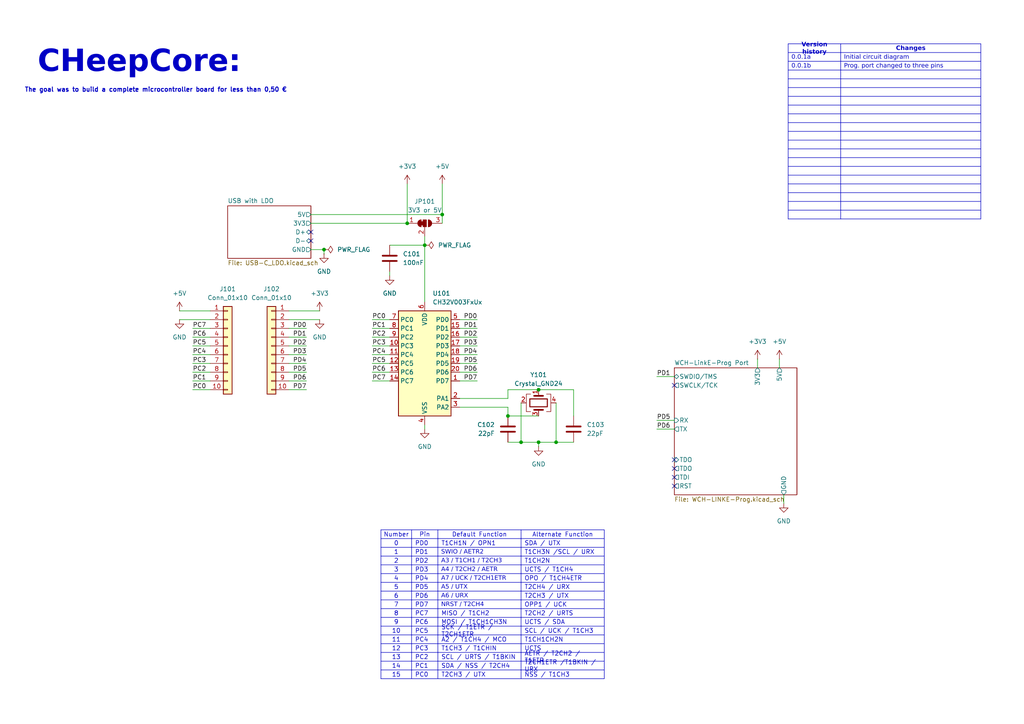
<source format=kicad_sch>
(kicad_sch
	(version 20250114)
	(generator "eeschema")
	(generator_version "9.0")
	(uuid "1a6f5452-e688-4341-937f-30ed63281f98")
	(paper "A4")
	(title_block
		(title "CHeepCore")
		(date "2025-08-06")
		(rev "0.0.1b")
		(company "VollständigerName")
		(comment 1 "github.com/VollstaendigerName")
		(comment 2 "LICENSE: CC BY-NC 4.0. https://creativecommons.org/licenses/by-nc/4.0")
		(comment 3 "Ultra cheap Microcontroller PCB")
		(comment 4 "CH32v003")
	)
	(lib_symbols
		(symbol "Connector_Generic:Conn_01x10"
			(pin_names
				(offset 1.016)
				(hide yes)
			)
			(exclude_from_sim no)
			(in_bom yes)
			(on_board yes)
			(property "Reference" "J"
				(at 0 12.7 0)
				(effects
					(font
						(size 1.27 1.27)
					)
				)
			)
			(property "Value" "Conn_01x10"
				(at 0 -15.24 0)
				(effects
					(font
						(size 1.27 1.27)
					)
				)
			)
			(property "Footprint" ""
				(at 0 0 0)
				(effects
					(font
						(size 1.27 1.27)
					)
					(hide yes)
				)
			)
			(property "Datasheet" "~"
				(at 0 0 0)
				(effects
					(font
						(size 1.27 1.27)
					)
					(hide yes)
				)
			)
			(property "Description" "Generic connector, single row, 01x10, script generated (kicad-library-utils/schlib/autogen/connector/)"
				(at 0 0 0)
				(effects
					(font
						(size 1.27 1.27)
					)
					(hide yes)
				)
			)
			(property "ki_keywords" "connector"
				(at 0 0 0)
				(effects
					(font
						(size 1.27 1.27)
					)
					(hide yes)
				)
			)
			(property "ki_fp_filters" "Connector*:*_1x??_*"
				(at 0 0 0)
				(effects
					(font
						(size 1.27 1.27)
					)
					(hide yes)
				)
			)
			(symbol "Conn_01x10_1_1"
				(rectangle
					(start -1.27 11.43)
					(end 1.27 -13.97)
					(stroke
						(width 0.254)
						(type default)
					)
					(fill
						(type background)
					)
				)
				(rectangle
					(start -1.27 10.287)
					(end 0 10.033)
					(stroke
						(width 0.1524)
						(type default)
					)
					(fill
						(type none)
					)
				)
				(rectangle
					(start -1.27 7.747)
					(end 0 7.493)
					(stroke
						(width 0.1524)
						(type default)
					)
					(fill
						(type none)
					)
				)
				(rectangle
					(start -1.27 5.207)
					(end 0 4.953)
					(stroke
						(width 0.1524)
						(type default)
					)
					(fill
						(type none)
					)
				)
				(rectangle
					(start -1.27 2.667)
					(end 0 2.413)
					(stroke
						(width 0.1524)
						(type default)
					)
					(fill
						(type none)
					)
				)
				(rectangle
					(start -1.27 0.127)
					(end 0 -0.127)
					(stroke
						(width 0.1524)
						(type default)
					)
					(fill
						(type none)
					)
				)
				(rectangle
					(start -1.27 -2.413)
					(end 0 -2.667)
					(stroke
						(width 0.1524)
						(type default)
					)
					(fill
						(type none)
					)
				)
				(rectangle
					(start -1.27 -4.953)
					(end 0 -5.207)
					(stroke
						(width 0.1524)
						(type default)
					)
					(fill
						(type none)
					)
				)
				(rectangle
					(start -1.27 -7.493)
					(end 0 -7.747)
					(stroke
						(width 0.1524)
						(type default)
					)
					(fill
						(type none)
					)
				)
				(rectangle
					(start -1.27 -10.033)
					(end 0 -10.287)
					(stroke
						(width 0.1524)
						(type default)
					)
					(fill
						(type none)
					)
				)
				(rectangle
					(start -1.27 -12.573)
					(end 0 -12.827)
					(stroke
						(width 0.1524)
						(type default)
					)
					(fill
						(type none)
					)
				)
				(pin passive line
					(at -5.08 10.16 0)
					(length 3.81)
					(name "Pin_1"
						(effects
							(font
								(size 1.27 1.27)
							)
						)
					)
					(number "1"
						(effects
							(font
								(size 1.27 1.27)
							)
						)
					)
				)
				(pin passive line
					(at -5.08 7.62 0)
					(length 3.81)
					(name "Pin_2"
						(effects
							(font
								(size 1.27 1.27)
							)
						)
					)
					(number "2"
						(effects
							(font
								(size 1.27 1.27)
							)
						)
					)
				)
				(pin passive line
					(at -5.08 5.08 0)
					(length 3.81)
					(name "Pin_3"
						(effects
							(font
								(size 1.27 1.27)
							)
						)
					)
					(number "3"
						(effects
							(font
								(size 1.27 1.27)
							)
						)
					)
				)
				(pin passive line
					(at -5.08 2.54 0)
					(length 3.81)
					(name "Pin_4"
						(effects
							(font
								(size 1.27 1.27)
							)
						)
					)
					(number "4"
						(effects
							(font
								(size 1.27 1.27)
							)
						)
					)
				)
				(pin passive line
					(at -5.08 0 0)
					(length 3.81)
					(name "Pin_5"
						(effects
							(font
								(size 1.27 1.27)
							)
						)
					)
					(number "5"
						(effects
							(font
								(size 1.27 1.27)
							)
						)
					)
				)
				(pin passive line
					(at -5.08 -2.54 0)
					(length 3.81)
					(name "Pin_6"
						(effects
							(font
								(size 1.27 1.27)
							)
						)
					)
					(number "6"
						(effects
							(font
								(size 1.27 1.27)
							)
						)
					)
				)
				(pin passive line
					(at -5.08 -5.08 0)
					(length 3.81)
					(name "Pin_7"
						(effects
							(font
								(size 1.27 1.27)
							)
						)
					)
					(number "7"
						(effects
							(font
								(size 1.27 1.27)
							)
						)
					)
				)
				(pin passive line
					(at -5.08 -7.62 0)
					(length 3.81)
					(name "Pin_8"
						(effects
							(font
								(size 1.27 1.27)
							)
						)
					)
					(number "8"
						(effects
							(font
								(size 1.27 1.27)
							)
						)
					)
				)
				(pin passive line
					(at -5.08 -10.16 0)
					(length 3.81)
					(name "Pin_9"
						(effects
							(font
								(size 1.27 1.27)
							)
						)
					)
					(number "9"
						(effects
							(font
								(size 1.27 1.27)
							)
						)
					)
				)
				(pin passive line
					(at -5.08 -12.7 0)
					(length 3.81)
					(name "Pin_10"
						(effects
							(font
								(size 1.27 1.27)
							)
						)
					)
					(number "10"
						(effects
							(font
								(size 1.27 1.27)
							)
						)
					)
				)
			)
			(embedded_fonts no)
		)
		(symbol "Device:C"
			(pin_numbers
				(hide yes)
			)
			(pin_names
				(offset 0.254)
			)
			(exclude_from_sim no)
			(in_bom yes)
			(on_board yes)
			(property "Reference" "C"
				(at 0.635 2.54 0)
				(effects
					(font
						(size 1.27 1.27)
					)
					(justify left)
				)
			)
			(property "Value" "C"
				(at 0.635 -2.54 0)
				(effects
					(font
						(size 1.27 1.27)
					)
					(justify left)
				)
			)
			(property "Footprint" ""
				(at 0.9652 -3.81 0)
				(effects
					(font
						(size 1.27 1.27)
					)
					(hide yes)
				)
			)
			(property "Datasheet" "~"
				(at 0 0 0)
				(effects
					(font
						(size 1.27 1.27)
					)
					(hide yes)
				)
			)
			(property "Description" "Unpolarized capacitor"
				(at 0 0 0)
				(effects
					(font
						(size 1.27 1.27)
					)
					(hide yes)
				)
			)
			(property "ki_keywords" "cap capacitor"
				(at 0 0 0)
				(effects
					(font
						(size 1.27 1.27)
					)
					(hide yes)
				)
			)
			(property "ki_fp_filters" "C_*"
				(at 0 0 0)
				(effects
					(font
						(size 1.27 1.27)
					)
					(hide yes)
				)
			)
			(symbol "C_0_1"
				(polyline
					(pts
						(xy -2.032 0.762) (xy 2.032 0.762)
					)
					(stroke
						(width 0.508)
						(type default)
					)
					(fill
						(type none)
					)
				)
				(polyline
					(pts
						(xy -2.032 -0.762) (xy 2.032 -0.762)
					)
					(stroke
						(width 0.508)
						(type default)
					)
					(fill
						(type none)
					)
				)
			)
			(symbol "C_1_1"
				(pin passive line
					(at 0 3.81 270)
					(length 2.794)
					(name "~"
						(effects
							(font
								(size 1.27 1.27)
							)
						)
					)
					(number "1"
						(effects
							(font
								(size 1.27 1.27)
							)
						)
					)
				)
				(pin passive line
					(at 0 -3.81 90)
					(length 2.794)
					(name "~"
						(effects
							(font
								(size 1.27 1.27)
							)
						)
					)
					(number "2"
						(effects
							(font
								(size 1.27 1.27)
							)
						)
					)
				)
			)
			(embedded_fonts no)
		)
		(symbol "Device:Crystal_GND24"
			(pin_names
				(offset 1.016)
				(hide yes)
			)
			(exclude_from_sim no)
			(in_bom yes)
			(on_board yes)
			(property "Reference" "Y"
				(at 3.175 5.08 0)
				(effects
					(font
						(size 1.27 1.27)
					)
					(justify left)
				)
			)
			(property "Value" "Crystal_GND24"
				(at 3.175 3.175 0)
				(effects
					(font
						(size 1.27 1.27)
					)
					(justify left)
				)
			)
			(property "Footprint" ""
				(at 0 0 0)
				(effects
					(font
						(size 1.27 1.27)
					)
					(hide yes)
				)
			)
			(property "Datasheet" "~"
				(at 0 0 0)
				(effects
					(font
						(size 1.27 1.27)
					)
					(hide yes)
				)
			)
			(property "Description" "Four pin crystal, GND on pins 2 and 4"
				(at 0 0 0)
				(effects
					(font
						(size 1.27 1.27)
					)
					(hide yes)
				)
			)
			(property "ki_keywords" "quartz ceramic resonator oscillator"
				(at 0 0 0)
				(effects
					(font
						(size 1.27 1.27)
					)
					(hide yes)
				)
			)
			(property "ki_fp_filters" "Crystal*"
				(at 0 0 0)
				(effects
					(font
						(size 1.27 1.27)
					)
					(hide yes)
				)
			)
			(symbol "Crystal_GND24_0_1"
				(polyline
					(pts
						(xy -2.54 2.286) (xy -2.54 3.556) (xy 2.54 3.556) (xy 2.54 2.286)
					)
					(stroke
						(width 0)
						(type default)
					)
					(fill
						(type none)
					)
				)
				(polyline
					(pts
						(xy -2.54 0) (xy -2.032 0)
					)
					(stroke
						(width 0)
						(type default)
					)
					(fill
						(type none)
					)
				)
				(polyline
					(pts
						(xy -2.54 -2.286) (xy -2.54 -3.556) (xy 2.54 -3.556) (xy 2.54 -2.286)
					)
					(stroke
						(width 0)
						(type default)
					)
					(fill
						(type none)
					)
				)
				(polyline
					(pts
						(xy -2.032 -1.27) (xy -2.032 1.27)
					)
					(stroke
						(width 0.508)
						(type default)
					)
					(fill
						(type none)
					)
				)
				(rectangle
					(start -1.143 2.54)
					(end 1.143 -2.54)
					(stroke
						(width 0.3048)
						(type default)
					)
					(fill
						(type none)
					)
				)
				(polyline
					(pts
						(xy 0 3.556) (xy 0 3.81)
					)
					(stroke
						(width 0)
						(type default)
					)
					(fill
						(type none)
					)
				)
				(polyline
					(pts
						(xy 0 -3.81) (xy 0 -3.556)
					)
					(stroke
						(width 0)
						(type default)
					)
					(fill
						(type none)
					)
				)
				(polyline
					(pts
						(xy 2.032 0) (xy 2.54 0)
					)
					(stroke
						(width 0)
						(type default)
					)
					(fill
						(type none)
					)
				)
				(polyline
					(pts
						(xy 2.032 -1.27) (xy 2.032 1.27)
					)
					(stroke
						(width 0.508)
						(type default)
					)
					(fill
						(type none)
					)
				)
			)
			(symbol "Crystal_GND24_1_1"
				(pin passive line
					(at -3.81 0 0)
					(length 1.27)
					(name "1"
						(effects
							(font
								(size 1.27 1.27)
							)
						)
					)
					(number "1"
						(effects
							(font
								(size 1.27 1.27)
							)
						)
					)
				)
				(pin passive line
					(at 0 5.08 270)
					(length 1.27)
					(name "2"
						(effects
							(font
								(size 1.27 1.27)
							)
						)
					)
					(number "2"
						(effects
							(font
								(size 1.27 1.27)
							)
						)
					)
				)
				(pin passive line
					(at 0 -5.08 90)
					(length 1.27)
					(name "4"
						(effects
							(font
								(size 1.27 1.27)
							)
						)
					)
					(number "4"
						(effects
							(font
								(size 1.27 1.27)
							)
						)
					)
				)
				(pin passive line
					(at 3.81 0 180)
					(length 1.27)
					(name "3"
						(effects
							(font
								(size 1.27 1.27)
							)
						)
					)
					(number "3"
						(effects
							(font
								(size 1.27 1.27)
							)
						)
					)
				)
			)
			(embedded_fonts no)
		)
		(symbol "Jumper:SolderJumper_3_Bridged12"
			(pin_names
				(offset 0)
				(hide yes)
			)
			(exclude_from_sim yes)
			(in_bom no)
			(on_board yes)
			(property "Reference" "JP"
				(at -2.54 -2.54 0)
				(effects
					(font
						(size 1.27 1.27)
					)
				)
			)
			(property "Value" "SolderJumper_3_Bridged12"
				(at 0 2.794 0)
				(effects
					(font
						(size 1.27 1.27)
					)
				)
			)
			(property "Footprint" ""
				(at 0 0 0)
				(effects
					(font
						(size 1.27 1.27)
					)
					(hide yes)
				)
			)
			(property "Datasheet" "~"
				(at 0 0 0)
				(effects
					(font
						(size 1.27 1.27)
					)
					(hide yes)
				)
			)
			(property "Description" "3-pole Solder Jumper, pins 1+2 closed/bridged"
				(at 0 0 0)
				(effects
					(font
						(size 1.27 1.27)
					)
					(hide yes)
				)
			)
			(property "ki_keywords" "Solder Jumper SPDT"
				(at 0 0 0)
				(effects
					(font
						(size 1.27 1.27)
					)
					(hide yes)
				)
			)
			(property "ki_fp_filters" "SolderJumper*Bridged12*"
				(at 0 0 0)
				(effects
					(font
						(size 1.27 1.27)
					)
					(hide yes)
				)
			)
			(symbol "SolderJumper_3_Bridged12_0_1"
				(polyline
					(pts
						(xy -2.54 0) (xy -2.032 0)
					)
					(stroke
						(width 0)
						(type default)
					)
					(fill
						(type none)
					)
				)
				(polyline
					(pts
						(xy -1.016 1.016) (xy -1.016 -1.016)
					)
					(stroke
						(width 0)
						(type default)
					)
					(fill
						(type none)
					)
				)
				(rectangle
					(start -1.016 0.508)
					(end -0.508 -0.508)
					(stroke
						(width 0)
						(type default)
					)
					(fill
						(type outline)
					)
				)
				(arc
					(start -1.016 -1.016)
					(mid -2.0276 0)
					(end -1.016 1.016)
					(stroke
						(width 0)
						(type default)
					)
					(fill
						(type none)
					)
				)
				(arc
					(start -1.016 -1.016)
					(mid -2.0276 0)
					(end -1.016 1.016)
					(stroke
						(width 0)
						(type default)
					)
					(fill
						(type outline)
					)
				)
				(rectangle
					(start -0.508 1.016)
					(end 0.508 -1.016)
					(stroke
						(width 0)
						(type default)
					)
					(fill
						(type outline)
					)
				)
				(polyline
					(pts
						(xy 0 -1.27) (xy 0 -1.016)
					)
					(stroke
						(width 0)
						(type default)
					)
					(fill
						(type none)
					)
				)
				(arc
					(start 1.016 1.016)
					(mid 2.0276 0)
					(end 1.016 -1.016)
					(stroke
						(width 0)
						(type default)
					)
					(fill
						(type none)
					)
				)
				(arc
					(start 1.016 1.016)
					(mid 2.0276 0)
					(end 1.016 -1.016)
					(stroke
						(width 0)
						(type default)
					)
					(fill
						(type outline)
					)
				)
				(polyline
					(pts
						(xy 1.016 1.016) (xy 1.016 -1.016)
					)
					(stroke
						(width 0)
						(type default)
					)
					(fill
						(type none)
					)
				)
				(polyline
					(pts
						(xy 2.54 0) (xy 2.032 0)
					)
					(stroke
						(width 0)
						(type default)
					)
					(fill
						(type none)
					)
				)
			)
			(symbol "SolderJumper_3_Bridged12_1_1"
				(pin passive line
					(at -5.08 0 0)
					(length 2.54)
					(name "A"
						(effects
							(font
								(size 1.27 1.27)
							)
						)
					)
					(number "1"
						(effects
							(font
								(size 1.27 1.27)
							)
						)
					)
				)
				(pin passive line
					(at 0 -3.81 90)
					(length 2.54)
					(name "C"
						(effects
							(font
								(size 1.27 1.27)
							)
						)
					)
					(number "2"
						(effects
							(font
								(size 1.27 1.27)
							)
						)
					)
				)
				(pin passive line
					(at 5.08 0 180)
					(length 2.54)
					(name "B"
						(effects
							(font
								(size 1.27 1.27)
							)
						)
					)
					(number "3"
						(effects
							(font
								(size 1.27 1.27)
							)
						)
					)
				)
			)
			(embedded_fonts no)
		)
		(symbol "MCU_WCH_CH32V0:CH32V003FxUx"
			(exclude_from_sim no)
			(in_bom yes)
			(on_board yes)
			(property "Reference" "U"
				(at -7.62 17.78 0)
				(effects
					(font
						(size 1.27 1.27)
					)
				)
			)
			(property "Value" "CH32V003FxUx"
				(at 7.62 17.78 0)
				(effects
					(font
						(size 1.27 1.27)
					)
				)
			)
			(property "Footprint" "Package_DFN_QFN:QFN-20-1EP_3x3mm_P0.4mm_EP1.65x1.65mm"
				(at -1.27 0 0)
				(effects
					(font
						(size 1.27 1.27)
					)
					(hide yes)
				)
			)
			(property "Datasheet" "https://www.wch-ic.com/products/CH32V003.html"
				(at -1.27 0 0)
				(effects
					(font
						(size 1.27 1.27)
					)
					(hide yes)
				)
			)
			(property "Description" "CH32V003 series are industrial-grade general-purpose microcontrollers designed based on 32-bit RISC-V instruction set and architecture. It adopts QingKe V2A core, RV32EC instruction set, and supports 2 levels of interrupt nesting. The series are mounted with rich peripheral interfaces and function modules. Its internal organizational structure meets the low-cost and low-power embedded application scenarios."
				(at 0 0 0)
				(effects
					(font
						(size 1.27 1.27)
					)
					(hide yes)
				)
			)
			(property "ki_keywords" "microcontroller wch RISC-V"
				(at 0 0 0)
				(effects
					(font
						(size 1.27 1.27)
					)
					(hide yes)
				)
			)
			(property "ki_fp_filters" "QFN*1EP*3x3mm*P0.4mm*EP1.65x1.65mm*"
				(at 0 0 0)
				(effects
					(font
						(size 1.27 1.27)
					)
					(hide yes)
				)
			)
			(symbol "CH32V003FxUx_1_1"
				(rectangle
					(start -7.62 15.24)
					(end 7.62 -15.24)
					(stroke
						(width 0.254)
						(type default)
					)
					(fill
						(type background)
					)
				)
				(pin bidirectional line
					(at -10.16 12.7 0)
					(length 2.54)
					(name "PC0"
						(effects
							(font
								(size 1.27 1.27)
							)
						)
					)
					(number "7"
						(effects
							(font
								(size 1.27 1.27)
							)
						)
					)
					(alternate "NSS_1" bidirectional line)
					(alternate "T1CH3_1" bidirectional line)
					(alternate "T2CH3" bidirectional line)
					(alternate "T2CH3_2" bidirectional line)
					(alternate "UTX_3" bidirectional line)
				)
				(pin bidirectional line
					(at -10.16 10.16 0)
					(length 2.54)
					(name "PC1"
						(effects
							(font
								(size 1.27 1.27)
							)
						)
					)
					(number "8"
						(effects
							(font
								(size 1.27 1.27)
							)
						)
					)
					(alternate "NSS" bidirectional line)
					(alternate "SDA" bidirectional line)
					(alternate "T1BKIN_1" bidirectional line)
					(alternate "T1BKIN_3" bidirectional line)
					(alternate "T2CH1ETR_2" bidirectional line)
					(alternate "T2CH1ETR_3" bidirectional line)
					(alternate "T2CH4_1" bidirectional line)
					(alternate "URX_3" bidirectional line)
				)
				(pin bidirectional line
					(at -10.16 7.62 0)
					(length 2.54)
					(name "PC2"
						(effects
							(font
								(size 1.27 1.27)
							)
						)
					)
					(number "9"
						(effects
							(font
								(size 1.27 1.27)
							)
						)
					)
					(alternate "AETR_1" bidirectional line)
					(alternate "SCL" bidirectional line)
					(alternate "T1BKIN" bidirectional line)
					(alternate "T1BKIN_2" bidirectional line)
					(alternate "T1ETR_3" bidirectional line)
					(alternate "T2CH2_1" bidirectional line)
					(alternate "URTS" bidirectional line)
					(alternate "URTS_1" bidirectional line)
				)
				(pin bidirectional line
					(at -10.16 5.08 0)
					(length 2.54)
					(name "PC3"
						(effects
							(font
								(size 1.27 1.27)
							)
						)
					)
					(number "10"
						(effects
							(font
								(size 1.27 1.27)
							)
						)
					)
					(alternate "T1CH1N_1" bidirectional line)
					(alternate "T1CH1N_3" bidirectional line)
					(alternate "T1CH3" bidirectional line)
					(alternate "T1CH3_2" bidirectional line)
					(alternate "UCTS_1" bidirectional line)
				)
				(pin bidirectional line
					(at -10.16 2.54 0)
					(length 2.54)
					(name "PC4"
						(effects
							(font
								(size 1.27 1.27)
							)
						)
					)
					(number "11"
						(effects
							(font
								(size 1.27 1.27)
							)
						)
					)
					(alternate "A2" bidirectional line)
					(alternate "MCO" bidirectional line)
					(alternate "T1CH1_3" bidirectional line)
					(alternate "T1CH2N_1" bidirectional line)
					(alternate "T1CH4" bidirectional line)
					(alternate "T1CH4_2" bidirectional line)
				)
				(pin bidirectional line
					(at -10.16 0 0)
					(length 2.54)
					(name "PC5"
						(effects
							(font
								(size 1.27 1.27)
							)
						)
					)
					(number "12"
						(effects
							(font
								(size 1.27 1.27)
							)
						)
					)
					(alternate "SCK" bidirectional line)
					(alternate "SCK_1" bidirectional line)
					(alternate "SCL_2" bidirectional line)
					(alternate "SCL_3" bidirectional line)
					(alternate "T1CH3_3" bidirectional line)
					(alternate "T1ETR" bidirectional line)
					(alternate "T1ETR_1" bidirectional line)
					(alternate "T2CH1ETR_1" bidirectional line)
					(alternate "UCK_3" bidirectional line)
				)
				(pin bidirectional line
					(at -10.16 -2.54 0)
					(length 2.54)
					(name "PC6"
						(effects
							(font
								(size 1.27 1.27)
							)
						)
					)
					(number "13"
						(effects
							(font
								(size 1.27 1.27)
							)
						)
					)
					(alternate "MOSI" bidirectional line)
					(alternate "MOSI_1" bidirectional line)
					(alternate "SDA_2" bidirectional line)
					(alternate "SDA_3" bidirectional line)
					(alternate "T1CH1_1" bidirectional line)
					(alternate "T1CH3N_3" bidirectional line)
					(alternate "UCTS_2" bidirectional line)
					(alternate "UCTS_3" bidirectional line)
				)
				(pin bidirectional line
					(at -10.16 -5.08 0)
					(length 2.54)
					(name "PC7"
						(effects
							(font
								(size 1.27 1.27)
							)
						)
					)
					(number "14"
						(effects
							(font
								(size 1.27 1.27)
							)
						)
					)
					(alternate "MISO" bidirectional line)
					(alternate "MISO_1" bidirectional line)
					(alternate "T1CH2_1" bidirectional line)
					(alternate "T1CH2_3" bidirectional line)
					(alternate "T2CH2_3" bidirectional line)
					(alternate "URTS_2" bidirectional line)
					(alternate "URTS_3" bidirectional line)
				)
				(pin power_in line
					(at 0 17.78 270)
					(length 2.54)
					(name "VDD"
						(effects
							(font
								(size 1.27 1.27)
							)
						)
					)
					(number "6"
						(effects
							(font
								(size 1.27 1.27)
							)
						)
					)
				)
				(pin passive line
					(at 0 -17.78 90)
					(length 2.54)
					(hide yes)
					(name "VSS"
						(effects
							(font
								(size 1.27 1.27)
							)
						)
					)
					(number "21"
						(effects
							(font
								(size 1.27 1.27)
							)
						)
					)
				)
				(pin power_in line
					(at 0 -17.78 90)
					(length 2.54)
					(name "VSS"
						(effects
							(font
								(size 1.27 1.27)
							)
						)
					)
					(number "4"
						(effects
							(font
								(size 1.27 1.27)
							)
						)
					)
				)
				(pin bidirectional line
					(at 10.16 12.7 180)
					(length 2.54)
					(name "PD0"
						(effects
							(font
								(size 1.27 1.27)
							)
						)
					)
					(number "5"
						(effects
							(font
								(size 1.27 1.27)
							)
						)
					)
					(alternate "OPN1" bidirectional line)
					(alternate "SDA_1" bidirectional line)
					(alternate "TICH1N" bidirectional line)
					(alternate "TICH1N_2" bidirectional line)
					(alternate "UTX_1" bidirectional line)
				)
				(pin bidirectional line
					(at 10.16 10.16 180)
					(length 2.54)
					(name "PD1"
						(effects
							(font
								(size 1.27 1.27)
							)
						)
					)
					(number "15"
						(effects
							(font
								(size 1.27 1.27)
							)
						)
					)
					(alternate "AETR2" bidirectional line)
					(alternate "SCL_1" bidirectional line)
					(alternate "SWIO" bidirectional line)
					(alternate "T1CH3N" bidirectional line)
					(alternate "T1CH3N_1" bidirectional line)
					(alternate "T1CH3N_2" bidirectional line)
					(alternate "URX_1" bidirectional line)
				)
				(pin bidirectional line
					(at 10.16 7.62 180)
					(length 2.54)
					(name "PD2"
						(effects
							(font
								(size 1.27 1.27)
							)
						)
					)
					(number "16"
						(effects
							(font
								(size 1.27 1.27)
							)
						)
					)
					(alternate "A3" bidirectional line)
					(alternate "T1CH1" bidirectional line)
					(alternate "T1CH1_2" bidirectional line)
					(alternate "T1CH2N_3" bidirectional line)
					(alternate "T2CH3_1" bidirectional line)
				)
				(pin bidirectional line
					(at 10.16 5.08 180)
					(length 2.54)
					(name "PD3"
						(effects
							(font
								(size 1.27 1.27)
							)
						)
					)
					(number "17"
						(effects
							(font
								(size 1.27 1.27)
							)
						)
					)
					(alternate "A4" bidirectional line)
					(alternate "AETR" bidirectional line)
					(alternate "T1CH4_1" bidirectional line)
					(alternate "T2CH2" bidirectional line)
					(alternate "T2CH2_2" bidirectional line)
					(alternate "UCTS" bidirectional line)
				)
				(pin bidirectional line
					(at 10.16 2.54 180)
					(length 2.54)
					(name "PD4"
						(effects
							(font
								(size 1.27 1.27)
							)
						)
					)
					(number "18"
						(effects
							(font
								(size 1.27 1.27)
							)
						)
					)
					(alternate "A7" bidirectional line)
					(alternate "OPO" bidirectional line)
					(alternate "T1CH4_3" bidirectional line)
					(alternate "T2CH1ETR" bidirectional line)
					(alternate "TIETR_2" bidirectional line)
					(alternate "UCK" bidirectional line)
				)
				(pin bidirectional line
					(at 10.16 0 180)
					(length 2.54)
					(name "PD5"
						(effects
							(font
								(size 1.27 1.27)
							)
						)
					)
					(number "19"
						(effects
							(font
								(size 1.27 1.27)
							)
						)
					)
					(alternate "A5" bidirectional line)
					(alternate "T2CH4_3" bidirectional line)
					(alternate "URX_2" bidirectional line)
					(alternate "UTX" bidirectional line)
				)
				(pin bidirectional line
					(at 10.16 -2.54 180)
					(length 2.54)
					(name "PD6"
						(effects
							(font
								(size 1.27 1.27)
							)
						)
					)
					(number "20"
						(effects
							(font
								(size 1.27 1.27)
							)
						)
					)
					(alternate "A6" bidirectional line)
					(alternate "T2CH3_3" bidirectional line)
					(alternate "URX" bidirectional line)
					(alternate "UTX_2" bidirectional line)
				)
				(pin bidirectional line
					(at 10.16 -5.08 180)
					(length 2.54)
					(name "PD7"
						(effects
							(font
								(size 1.27 1.27)
							)
						)
					)
					(number "1"
						(effects
							(font
								(size 1.27 1.27)
							)
						)
					)
					(alternate "NRST" bidirectional line)
					(alternate "OPP1" bidirectional line)
					(alternate "T2CH4" bidirectional line)
					(alternate "T2CH4_2" bidirectional line)
					(alternate "UCK_1" bidirectional line)
					(alternate "UCK_2" bidirectional line)
				)
				(pin bidirectional line
					(at 10.16 -10.16 180)
					(length 2.54)
					(name "PA1"
						(effects
							(font
								(size 1.27 1.27)
							)
						)
					)
					(number "2"
						(effects
							(font
								(size 1.27 1.27)
							)
						)
					)
					(alternate "A1" bidirectional line)
					(alternate "OPN0" bidirectional line)
					(alternate "OSCI" bidirectional line)
					(alternate "T1CH2" bidirectional line)
					(alternate "T1CH2_2" bidirectional line)
				)
				(pin bidirectional line
					(at 10.16 -12.7 180)
					(length 2.54)
					(name "PA2"
						(effects
							(font
								(size 1.27 1.27)
							)
						)
					)
					(number "3"
						(effects
							(font
								(size 1.27 1.27)
							)
						)
					)
					(alternate "A0" bidirectional line)
					(alternate "AETR2_1" bidirectional line)
					(alternate "OPP0" bidirectional line)
					(alternate "OSCO" bidirectional line)
					(alternate "TICH2N" bidirectional line)
					(alternate "TICH2N_2" bidirectional line)
				)
			)
			(embedded_fonts no)
		)
		(symbol "power:+3V3"
			(power)
			(pin_numbers
				(hide yes)
			)
			(pin_names
				(offset 0)
				(hide yes)
			)
			(exclude_from_sim no)
			(in_bom yes)
			(on_board yes)
			(property "Reference" "#PWR"
				(at 0 -3.81 0)
				(effects
					(font
						(size 1.27 1.27)
					)
					(hide yes)
				)
			)
			(property "Value" "+3V3"
				(at 0 3.556 0)
				(effects
					(font
						(size 1.27 1.27)
					)
				)
			)
			(property "Footprint" ""
				(at 0 0 0)
				(effects
					(font
						(size 1.27 1.27)
					)
					(hide yes)
				)
			)
			(property "Datasheet" ""
				(at 0 0 0)
				(effects
					(font
						(size 1.27 1.27)
					)
					(hide yes)
				)
			)
			(property "Description" "Power symbol creates a global label with name \"+3V3\""
				(at 0 0 0)
				(effects
					(font
						(size 1.27 1.27)
					)
					(hide yes)
				)
			)
			(property "ki_keywords" "global power"
				(at 0 0 0)
				(effects
					(font
						(size 1.27 1.27)
					)
					(hide yes)
				)
			)
			(symbol "+3V3_0_1"
				(polyline
					(pts
						(xy -0.762 1.27) (xy 0 2.54)
					)
					(stroke
						(width 0)
						(type default)
					)
					(fill
						(type none)
					)
				)
				(polyline
					(pts
						(xy 0 2.54) (xy 0.762 1.27)
					)
					(stroke
						(width 0)
						(type default)
					)
					(fill
						(type none)
					)
				)
				(polyline
					(pts
						(xy 0 0) (xy 0 2.54)
					)
					(stroke
						(width 0)
						(type default)
					)
					(fill
						(type none)
					)
				)
			)
			(symbol "+3V3_1_1"
				(pin power_in line
					(at 0 0 90)
					(length 0)
					(name "~"
						(effects
							(font
								(size 1.27 1.27)
							)
						)
					)
					(number "1"
						(effects
							(font
								(size 1.27 1.27)
							)
						)
					)
				)
			)
			(embedded_fonts no)
		)
		(symbol "power:+5V"
			(power)
			(pin_numbers
				(hide yes)
			)
			(pin_names
				(offset 0)
				(hide yes)
			)
			(exclude_from_sim no)
			(in_bom yes)
			(on_board yes)
			(property "Reference" "#PWR"
				(at 0 -3.81 0)
				(effects
					(font
						(size 1.27 1.27)
					)
					(hide yes)
				)
			)
			(property "Value" "+5V"
				(at 0 3.556 0)
				(effects
					(font
						(size 1.27 1.27)
					)
				)
			)
			(property "Footprint" ""
				(at 0 0 0)
				(effects
					(font
						(size 1.27 1.27)
					)
					(hide yes)
				)
			)
			(property "Datasheet" ""
				(at 0 0 0)
				(effects
					(font
						(size 1.27 1.27)
					)
					(hide yes)
				)
			)
			(property "Description" "Power symbol creates a global label with name \"+5V\""
				(at 0 0 0)
				(effects
					(font
						(size 1.27 1.27)
					)
					(hide yes)
				)
			)
			(property "ki_keywords" "global power"
				(at 0 0 0)
				(effects
					(font
						(size 1.27 1.27)
					)
					(hide yes)
				)
			)
			(symbol "+5V_0_1"
				(polyline
					(pts
						(xy -0.762 1.27) (xy 0 2.54)
					)
					(stroke
						(width 0)
						(type default)
					)
					(fill
						(type none)
					)
				)
				(polyline
					(pts
						(xy 0 2.54) (xy 0.762 1.27)
					)
					(stroke
						(width 0)
						(type default)
					)
					(fill
						(type none)
					)
				)
				(polyline
					(pts
						(xy 0 0) (xy 0 2.54)
					)
					(stroke
						(width 0)
						(type default)
					)
					(fill
						(type none)
					)
				)
			)
			(symbol "+5V_1_1"
				(pin power_in line
					(at 0 0 90)
					(length 0)
					(name "~"
						(effects
							(font
								(size 1.27 1.27)
							)
						)
					)
					(number "1"
						(effects
							(font
								(size 1.27 1.27)
							)
						)
					)
				)
			)
			(embedded_fonts no)
		)
		(symbol "power:GND"
			(power)
			(pin_numbers
				(hide yes)
			)
			(pin_names
				(offset 0)
				(hide yes)
			)
			(exclude_from_sim no)
			(in_bom yes)
			(on_board yes)
			(property "Reference" "#PWR"
				(at 0 -6.35 0)
				(effects
					(font
						(size 1.27 1.27)
					)
					(hide yes)
				)
			)
			(property "Value" "GND"
				(at 0 -3.81 0)
				(effects
					(font
						(size 1.27 1.27)
					)
				)
			)
			(property "Footprint" ""
				(at 0 0 0)
				(effects
					(font
						(size 1.27 1.27)
					)
					(hide yes)
				)
			)
			(property "Datasheet" ""
				(at 0 0 0)
				(effects
					(font
						(size 1.27 1.27)
					)
					(hide yes)
				)
			)
			(property "Description" "Power symbol creates a global label with name \"GND\" , ground"
				(at 0 0 0)
				(effects
					(font
						(size 1.27 1.27)
					)
					(hide yes)
				)
			)
			(property "ki_keywords" "global power"
				(at 0 0 0)
				(effects
					(font
						(size 1.27 1.27)
					)
					(hide yes)
				)
			)
			(symbol "GND_0_1"
				(polyline
					(pts
						(xy 0 0) (xy 0 -1.27) (xy 1.27 -1.27) (xy 0 -2.54) (xy -1.27 -1.27) (xy 0 -1.27)
					)
					(stroke
						(width 0)
						(type default)
					)
					(fill
						(type none)
					)
				)
			)
			(symbol "GND_1_1"
				(pin power_in line
					(at 0 0 270)
					(length 0)
					(name "~"
						(effects
							(font
								(size 1.27 1.27)
							)
						)
					)
					(number "1"
						(effects
							(font
								(size 1.27 1.27)
							)
						)
					)
				)
			)
			(embedded_fonts no)
		)
		(symbol "power:PWR_FLAG"
			(power)
			(pin_numbers
				(hide yes)
			)
			(pin_names
				(offset 0)
				(hide yes)
			)
			(exclude_from_sim no)
			(in_bom yes)
			(on_board yes)
			(property "Reference" "#FLG"
				(at 0 1.905 0)
				(effects
					(font
						(size 1.27 1.27)
					)
					(hide yes)
				)
			)
			(property "Value" "PWR_FLAG"
				(at 0 3.81 0)
				(effects
					(font
						(size 1.27 1.27)
					)
				)
			)
			(property "Footprint" ""
				(at 0 0 0)
				(effects
					(font
						(size 1.27 1.27)
					)
					(hide yes)
				)
			)
			(property "Datasheet" "~"
				(at 0 0 0)
				(effects
					(font
						(size 1.27 1.27)
					)
					(hide yes)
				)
			)
			(property "Description" "Special symbol for telling ERC where power comes from"
				(at 0 0 0)
				(effects
					(font
						(size 1.27 1.27)
					)
					(hide yes)
				)
			)
			(property "ki_keywords" "flag power"
				(at 0 0 0)
				(effects
					(font
						(size 1.27 1.27)
					)
					(hide yes)
				)
			)
			(symbol "PWR_FLAG_0_0"
				(pin power_out line
					(at 0 0 90)
					(length 0)
					(name "~"
						(effects
							(font
								(size 1.27 1.27)
							)
						)
					)
					(number "1"
						(effects
							(font
								(size 1.27 1.27)
							)
						)
					)
				)
			)
			(symbol "PWR_FLAG_0_1"
				(polyline
					(pts
						(xy 0 0) (xy 0 1.27) (xy -1.016 1.905) (xy 0 2.54) (xy 1.016 1.905) (xy 0 1.27)
					)
					(stroke
						(width 0)
						(type default)
					)
					(fill
						(type none)
					)
				)
			)
			(embedded_fonts no)
		)
	)
	(text "The goal was to build a complete microcontroller board for less than 0,50 €"
		(exclude_from_sim no)
		(at 45.212 26.162 0)
		(effects
			(font
				(size 1.27 1.27)
				(thickness 0.254)
				(bold yes)
			)
		)
		(uuid "5384bc47-74a5-4c19-9e98-95d2f427a2bb")
	)
	(text "CHeepCore:"
		(exclude_from_sim no)
		(at 40.386 19.812 0)
		(effects
			(font
				(face "Arial")
				(size 6.35 6.35)
				(bold yes)
			)
		)
		(uuid "a71920c2-6ebf-4ed3-9df0-443cd47f8c1b")
	)
	(junction
		(at 151.13 128.27)
		(diameter 0)
		(color 0 0 0 0)
		(uuid "2b0a9b0a-36ee-4e78-9607-66ccbd94b306")
	)
	(junction
		(at 156.21 128.27)
		(diameter 0)
		(color 0 0 0 0)
		(uuid "4cb9d893-70ca-4397-b10b-a1a2c65ba9d1")
	)
	(junction
		(at 118.11 64.77)
		(diameter 0)
		(color 0 0 0 0)
		(uuid "6dd077f3-3468-4c3c-8422-8d73f53333e2")
	)
	(junction
		(at 161.29 128.27)
		(diameter 0)
		(color 0 0 0 0)
		(uuid "72987a46-3fb5-409a-a31b-92fc038c190c")
	)
	(junction
		(at 93.98 72.39)
		(diameter 0)
		(color 0 0 0 0)
		(uuid "77aaf0a4-785b-41f8-a096-52787576bfb6")
	)
	(junction
		(at 147.32 120.65)
		(diameter 0)
		(color 0 0 0 0)
		(uuid "7e475d96-6cac-4896-81bd-27b62e29de14")
	)
	(junction
		(at 156.21 113.03)
		(diameter 0)
		(color 0 0 0 0)
		(uuid "a3d5f627-4d5b-4e75-9225-aca8118d97b1")
	)
	(junction
		(at 128.27 62.23)
		(diameter 0)
		(color 0 0 0 0)
		(uuid "ca473221-47a1-4974-b30c-93e91dba61fd")
	)
	(junction
		(at 123.19 71.12)
		(diameter 0)
		(color 0 0 0 0)
		(uuid "d4bb6b79-f333-46dd-9d84-1484aa38bd4f")
	)
	(no_connect
		(at 90.17 69.85)
		(uuid "08c3d55e-54fc-4d40-b5d8-1a9444b7afc4")
	)
	(no_connect
		(at 195.58 140.97)
		(uuid "440a53bc-cf75-4d2e-8c16-9536c514ed6f")
	)
	(no_connect
		(at 195.58 135.89)
		(uuid "684fb259-ebe9-4e68-abd1-70c2201a94ec")
	)
	(no_connect
		(at 195.58 138.43)
		(uuid "8dd11851-405f-415c-b79e-dc36def02486")
	)
	(no_connect
		(at 90.17 67.31)
		(uuid "97759ba6-9d30-4946-9700-455520129aae")
	)
	(no_connect
		(at 195.58 111.76)
		(uuid "b6f89805-bafa-4bd2-a95a-edbba922ed10")
	)
	(no_connect
		(at 195.58 133.35)
		(uuid "df10a3d0-4c31-41b2-9ad6-4cdf049cb1b3")
	)
	(wire
		(pts
			(xy 123.19 68.58) (xy 123.19 71.12)
		)
		(stroke
			(width 0)
			(type default)
		)
		(uuid "007aca62-1350-406b-a05d-6c0c4fb910a2")
	)
	(wire
		(pts
			(xy 133.35 115.57) (xy 147.32 115.57)
		)
		(stroke
			(width 0)
			(type default)
		)
		(uuid "04b8f41a-fc5e-4cee-a5e3-6aa2e684de42")
	)
	(wire
		(pts
			(xy 83.82 110.49) (xy 88.9 110.49)
		)
		(stroke
			(width 0)
			(type default)
		)
		(uuid "07609a1e-f291-480b-b4f3-dc2286bb2ab2")
	)
	(wire
		(pts
			(xy 52.07 92.71) (xy 60.96 92.71)
		)
		(stroke
			(width 0)
			(type default)
		)
		(uuid "08236dfa-a71f-4739-a0ae-f83277874a89")
	)
	(wire
		(pts
			(xy 133.35 92.71) (xy 138.43 92.71)
		)
		(stroke
			(width 0)
			(type default)
		)
		(uuid "0f8cd586-6aa1-4f64-80aa-045755e8435c")
	)
	(wire
		(pts
			(xy 133.35 102.87) (xy 138.43 102.87)
		)
		(stroke
			(width 0)
			(type default)
		)
		(uuid "126a0b7f-5b18-44f8-997e-d54e7bf05712")
	)
	(wire
		(pts
			(xy 93.98 73.66) (xy 93.98 72.39)
		)
		(stroke
			(width 0)
			(type default)
		)
		(uuid "2394e93d-c662-4e59-af42-f8d20843298d")
	)
	(wire
		(pts
			(xy 90.17 72.39) (xy 93.98 72.39)
		)
		(stroke
			(width 0)
			(type default)
		)
		(uuid "242a4ced-23b1-4411-a09a-7fcc472caa59")
	)
	(wire
		(pts
			(xy 133.35 105.41) (xy 138.43 105.41)
		)
		(stroke
			(width 0)
			(type default)
		)
		(uuid "30b03da1-06f1-44d2-ab73-cec83d6d2e2f")
	)
	(wire
		(pts
			(xy 156.21 128.27) (xy 161.29 128.27)
		)
		(stroke
			(width 0)
			(type default)
		)
		(uuid "3695febd-f16d-4443-8651-cf9c9d3fc39e")
	)
	(wire
		(pts
			(xy 107.95 97.79) (xy 113.03 97.79)
		)
		(stroke
			(width 0)
			(type default)
		)
		(uuid "3db66c86-2d9d-4302-ae1c-476290e545a3")
	)
	(wire
		(pts
			(xy 161.29 128.27) (xy 166.37 128.27)
		)
		(stroke
			(width 0)
			(type default)
		)
		(uuid "3f64c671-6bcc-4470-92b2-2e259ddd2400")
	)
	(wire
		(pts
			(xy 55.88 97.79) (xy 60.96 97.79)
		)
		(stroke
			(width 0)
			(type default)
		)
		(uuid "45a6e87c-3bbc-4822-a606-70a73a955540")
	)
	(wire
		(pts
			(xy 128.27 62.23) (xy 128.27 64.77)
		)
		(stroke
			(width 0)
			(type default)
		)
		(uuid "48539b22-c48a-4383-95c0-84ab37aba5a1")
	)
	(wire
		(pts
			(xy 83.82 95.25) (xy 88.9 95.25)
		)
		(stroke
			(width 0)
			(type default)
		)
		(uuid "4a873670-f96c-471c-be47-7c9c29d4bf9f")
	)
	(wire
		(pts
			(xy 156.21 128.27) (xy 156.21 129.54)
		)
		(stroke
			(width 0)
			(type default)
		)
		(uuid "4b53081f-f05d-4187-888c-f913bdca5cd7")
	)
	(wire
		(pts
			(xy 147.32 120.65) (xy 147.32 118.11)
		)
		(stroke
			(width 0)
			(type default)
		)
		(uuid "4c7d5616-86b8-4c81-b50e-c111d25515d9")
	)
	(wire
		(pts
			(xy 52.07 90.17) (xy 60.96 90.17)
		)
		(stroke
			(width 0)
			(type default)
		)
		(uuid "511da61d-9d00-4a27-94a9-c0767473e71f")
	)
	(wire
		(pts
			(xy 107.95 95.25) (xy 113.03 95.25)
		)
		(stroke
			(width 0)
			(type default)
		)
		(uuid "5122f1d2-8b61-434c-9b3f-3caf00fbec3d")
	)
	(wire
		(pts
			(xy 83.82 102.87) (xy 88.9 102.87)
		)
		(stroke
			(width 0)
			(type default)
		)
		(uuid "554128de-aaba-482b-be9d-87ce417ee3f0")
	)
	(wire
		(pts
			(xy 147.32 128.27) (xy 151.13 128.27)
		)
		(stroke
			(width 0)
			(type default)
		)
		(uuid "58011aa1-2563-44ee-88ff-5218ec78d890")
	)
	(wire
		(pts
			(xy 133.35 100.33) (xy 138.43 100.33)
		)
		(stroke
			(width 0)
			(type default)
		)
		(uuid "5a5f4e21-99ca-4cdb-8c33-a4c061bb56ad")
	)
	(wire
		(pts
			(xy 156.21 120.65) (xy 147.32 120.65)
		)
		(stroke
			(width 0)
			(type default)
		)
		(uuid "5f7ac4ff-b6fa-439c-a95a-b1f2978e6339")
	)
	(wire
		(pts
			(xy 166.37 120.65) (xy 166.37 113.03)
		)
		(stroke
			(width 0)
			(type default)
		)
		(uuid "621d97b1-0eeb-4c90-ac74-3127f362671b")
	)
	(wire
		(pts
			(xy 219.71 104.14) (xy 219.71 106.68)
		)
		(stroke
			(width 0)
			(type default)
		)
		(uuid "642131d0-5ede-4346-a4bb-2e129f7bf449")
	)
	(wire
		(pts
			(xy 133.35 107.95) (xy 138.43 107.95)
		)
		(stroke
			(width 0)
			(type default)
		)
		(uuid "65292863-4376-4d95-8a55-b78b8b0edc13")
	)
	(wire
		(pts
			(xy 147.32 118.11) (xy 133.35 118.11)
		)
		(stroke
			(width 0)
			(type default)
		)
		(uuid "659632c5-b5d7-4549-8990-c65cf80b077a")
	)
	(wire
		(pts
			(xy 128.27 53.34) (xy 128.27 62.23)
		)
		(stroke
			(width 0)
			(type default)
		)
		(uuid "6657bbd0-702e-4458-b657-28d6a70c64e3")
	)
	(wire
		(pts
			(xy 83.82 107.95) (xy 88.9 107.95)
		)
		(stroke
			(width 0)
			(type default)
		)
		(uuid "68f8731e-1458-49a6-ba98-800f9f3b177d")
	)
	(wire
		(pts
			(xy 161.29 116.84) (xy 161.29 128.27)
		)
		(stroke
			(width 0)
			(type default)
		)
		(uuid "69accde8-50b8-4d4b-97c6-3b8408eea571")
	)
	(wire
		(pts
			(xy 83.82 105.41) (xy 88.9 105.41)
		)
		(stroke
			(width 0)
			(type default)
		)
		(uuid "6b9f3fbb-900a-449f-acd8-5efe0d41ba72")
	)
	(wire
		(pts
			(xy 133.35 95.25) (xy 138.43 95.25)
		)
		(stroke
			(width 0)
			(type default)
		)
		(uuid "6cbf94f0-d754-47f7-8ad4-3e7f7206d21a")
	)
	(wire
		(pts
			(xy 133.35 97.79) (xy 138.43 97.79)
		)
		(stroke
			(width 0)
			(type default)
		)
		(uuid "71147a30-c3d2-40b6-a91b-669b2bdb2cc7")
	)
	(wire
		(pts
			(xy 83.82 97.79) (xy 88.9 97.79)
		)
		(stroke
			(width 0)
			(type default)
		)
		(uuid "71b6fb17-77d4-47ac-9fbf-8724e61c708d")
	)
	(wire
		(pts
			(xy 107.95 105.41) (xy 113.03 105.41)
		)
		(stroke
			(width 0)
			(type default)
		)
		(uuid "7b74817e-3d01-4091-b266-15a9731c77b8")
	)
	(wire
		(pts
			(xy 226.06 104.14) (xy 226.06 106.68)
		)
		(stroke
			(width 0)
			(type default)
		)
		(uuid "85d1f181-d1ff-4059-a4af-4c0a6684efe4")
	)
	(wire
		(pts
			(xy 107.95 92.71) (xy 113.03 92.71)
		)
		(stroke
			(width 0)
			(type default)
		)
		(uuid "8909618c-0ea3-4f35-a767-49799340ae5f")
	)
	(wire
		(pts
			(xy 107.95 102.87) (xy 113.03 102.87)
		)
		(stroke
			(width 0)
			(type default)
		)
		(uuid "894e4847-0188-4932-81ca-05fbb9af47e2")
	)
	(wire
		(pts
			(xy 55.88 113.03) (xy 60.96 113.03)
		)
		(stroke
			(width 0)
			(type default)
		)
		(uuid "8e60e4ee-220f-4369-9d71-962b45110a8d")
	)
	(wire
		(pts
			(xy 55.88 105.41) (xy 60.96 105.41)
		)
		(stroke
			(width 0)
			(type default)
		)
		(uuid "8e717486-97b5-4ba0-be2f-2267cda31dff")
	)
	(wire
		(pts
			(xy 55.88 95.25) (xy 60.96 95.25)
		)
		(stroke
			(width 0)
			(type default)
		)
		(uuid "91c76487-fd09-42fa-a07c-fb99d5a4f093")
	)
	(wire
		(pts
			(xy 107.95 110.49) (xy 113.03 110.49)
		)
		(stroke
			(width 0)
			(type default)
		)
		(uuid "926a03c7-60bb-4ac5-9c5b-20356d53fa4e")
	)
	(wire
		(pts
			(xy 107.95 100.33) (xy 113.03 100.33)
		)
		(stroke
			(width 0)
			(type default)
		)
		(uuid "92871b4b-c1bb-4c6d-b85e-7ca2722b8bd3")
	)
	(wire
		(pts
			(xy 83.82 100.33) (xy 88.9 100.33)
		)
		(stroke
			(width 0)
			(type default)
		)
		(uuid "98949ef2-5544-4d2e-82d7-caf464820ae5")
	)
	(wire
		(pts
			(xy 190.5 124.46) (xy 195.58 124.46)
		)
		(stroke
			(width 0)
			(type default)
		)
		(uuid "9d1d5e0a-1b77-4ffe-b4c6-2120a1d879c5")
	)
	(wire
		(pts
			(xy 55.88 110.49) (xy 60.96 110.49)
		)
		(stroke
			(width 0)
			(type default)
		)
		(uuid "a24262e3-6e7b-4417-a3a5-5107d1598374")
	)
	(wire
		(pts
			(xy 83.82 92.71) (xy 92.71 92.71)
		)
		(stroke
			(width 0)
			(type default)
		)
		(uuid "a58bb294-507c-454e-8467-64cbcd7226e4")
	)
	(wire
		(pts
			(xy 151.13 116.84) (xy 151.13 128.27)
		)
		(stroke
			(width 0)
			(type default)
		)
		(uuid "a6cfc5c7-70af-4055-8429-4801b2435f60")
	)
	(wire
		(pts
			(xy 90.17 62.23) (xy 128.27 62.23)
		)
		(stroke
			(width 0)
			(type default)
		)
		(uuid "a9fe567f-b64c-4bbb-8ba8-ff7102cf87ee")
	)
	(wire
		(pts
			(xy 123.19 71.12) (xy 123.19 87.63)
		)
		(stroke
			(width 0)
			(type default)
		)
		(uuid "ae75307f-66ea-46a6-b460-a29485bce160")
	)
	(wire
		(pts
			(xy 55.88 100.33) (xy 60.96 100.33)
		)
		(stroke
			(width 0)
			(type default)
		)
		(uuid "b02c499f-e2b8-4b09-a5be-257e10ad61bf")
	)
	(wire
		(pts
			(xy 83.82 90.17) (xy 92.71 90.17)
		)
		(stroke
			(width 0)
			(type default)
		)
		(uuid "b1316578-865a-4468-86a1-f566c4c55a13")
	)
	(wire
		(pts
			(xy 113.03 71.12) (xy 123.19 71.12)
		)
		(stroke
			(width 0)
			(type default)
		)
		(uuid "b34b1d93-1aff-461b-8e62-90e0f5fc7444")
	)
	(wire
		(pts
			(xy 151.13 128.27) (xy 156.21 128.27)
		)
		(stroke
			(width 0)
			(type default)
		)
		(uuid "beed4f2b-a4e4-4294-a6a6-b396ebf3c3de")
	)
	(wire
		(pts
			(xy 55.88 102.87) (xy 60.96 102.87)
		)
		(stroke
			(width 0)
			(type default)
		)
		(uuid "c681c072-5b65-4f22-af4e-486d116a4121")
	)
	(wire
		(pts
			(xy 107.95 107.95) (xy 113.03 107.95)
		)
		(stroke
			(width 0)
			(type default)
		)
		(uuid "caeea935-8c35-4058-b4cb-559005051e24")
	)
	(wire
		(pts
			(xy 90.17 64.77) (xy 118.11 64.77)
		)
		(stroke
			(width 0)
			(type default)
		)
		(uuid "cdef4490-7dfd-4556-b3bb-a72fcb2cd8fa")
	)
	(wire
		(pts
			(xy 113.03 78.74) (xy 113.03 80.01)
		)
		(stroke
			(width 0)
			(type default)
		)
		(uuid "ce745f5a-3757-4409-a942-6cd45bd236ab")
	)
	(wire
		(pts
			(xy 123.19 123.19) (xy 123.19 124.46)
		)
		(stroke
			(width 0)
			(type default)
		)
		(uuid "d261298b-58b8-417c-b882-a508efe01f97")
	)
	(wire
		(pts
			(xy 227.33 143.51) (xy 227.33 146.05)
		)
		(stroke
			(width 0)
			(type default)
		)
		(uuid "d5a1b82f-e9f9-47b5-af5d-8f0c3ee27280")
	)
	(wire
		(pts
			(xy 190.5 121.92) (xy 195.58 121.92)
		)
		(stroke
			(width 0)
			(type default)
		)
		(uuid "dbf34038-51ee-4115-9705-e50e78084263")
	)
	(wire
		(pts
			(xy 118.11 53.34) (xy 118.11 64.77)
		)
		(stroke
			(width 0)
			(type default)
		)
		(uuid "e562bbee-7d40-4d86-a1c1-4fe6fcd0fc93")
	)
	(wire
		(pts
			(xy 166.37 113.03) (xy 156.21 113.03)
		)
		(stroke
			(width 0)
			(type default)
		)
		(uuid "e9daeaa0-5699-4865-bca5-77aade461a0f")
	)
	(wire
		(pts
			(xy 147.32 115.57) (xy 147.32 113.03)
		)
		(stroke
			(width 0)
			(type default)
		)
		(uuid "ea41ad55-66b3-45a6-b339-aa5dc4e853ca")
	)
	(wire
		(pts
			(xy 147.32 113.03) (xy 156.21 113.03)
		)
		(stroke
			(width 0)
			(type default)
		)
		(uuid "eb3fe408-d9c7-45a9-8b4c-76856bc84264")
	)
	(wire
		(pts
			(xy 133.35 110.49) (xy 138.43 110.49)
		)
		(stroke
			(width 0)
			(type default)
		)
		(uuid "ebf1c696-2be6-479a-8a6b-d0ad8f10ac5a")
	)
	(wire
		(pts
			(xy 55.88 107.95) (xy 60.96 107.95)
		)
		(stroke
			(width 0)
			(type default)
		)
		(uuid "edd86247-6fd7-4472-84c9-e25c8fdde6a0")
	)
	(wire
		(pts
			(xy 83.82 113.03) (xy 88.9 113.03)
		)
		(stroke
			(width 0)
			(type default)
		)
		(uuid "f4e7b248-58f4-40ba-8e85-45463cf50542")
	)
	(wire
		(pts
			(xy 190.5 109.22) (xy 195.58 109.22)
		)
		(stroke
			(width 0)
			(type default)
		)
		(uuid "f65563ab-bfe7-405d-8d61-1f7e8a505b86")
	)
	(table
		(column_count 4)
		(border
			(external yes)
			(header yes)
			(stroke
				(width 0.381)
				(type solid)
			)
		)
		(separators
			(rows yes)
			(cols yes)
			(stroke
				(width 0)
				(type solid)
			)
		)
		(column_widths 8.89 7.62 24.13 24.13)
		(row_heights 2.54 2.54 2.54 2.54 2.54 2.54 2.54 2.54 2.54 2.54 2.54 2.54
			2.54 2.54 2.54 2.54 2.54
		)
		(cells
			(table_cell "Number"
				(exclude_from_sim no)
				(at 110.49 153.67 0)
				(size 8.89 2.54)
				(margins 0.9525 0.9525 0.9525 0.9525)
				(span 1 1)
				(fill
					(type none)
				)
				(effects
					(font
						(size 1.27 1.27)
					)
				)
				(uuid "f0e9c627-b879-49ce-b474-8ebb5bbe4a0b")
			)
			(table_cell "Pin"
				(exclude_from_sim no)
				(at 119.38 153.67 0)
				(size 7.62 2.54)
				(margins 0.9525 0.9525 0.9525 0.9525)
				(span 1 1)
				(fill
					(type none)
				)
				(effects
					(font
						(size 1.27 1.27)
					)
				)
				(uuid "dc401d4e-8cb6-4ab8-8dcd-6f5a88e823e1")
			)
			(table_cell "Default Function"
				(exclude_from_sim no)
				(at 127 153.67 0)
				(size 24.13 2.54)
				(margins 0.9525 0.9525 0.9525 0.9525)
				(span 1 1)
				(fill
					(type none)
				)
				(effects
					(font
						(size 1.27 1.27)
					)
				)
				(uuid "749e218a-4a64-4707-ad02-0a1ba9b8e7e1")
			)
			(table_cell "Alternate Function"
				(exclude_from_sim no)
				(at 151.13 153.67 0)
				(size 24.13 2.54)
				(margins 0.9525 0.9525 0.9525 0.9525)
				(span 1 1)
				(fill
					(type none)
				)
				(effects
					(font
						(size 1.27 1.27)
					)
				)
				(uuid "a62d2a6f-f7e9-4559-8849-5a3af5f1c9f9")
			)
			(table_cell "0"
				(exclude_from_sim no)
				(at 110.49 156.21 0)
				(size 8.89 2.54)
				(margins 0.9525 0.9525 0.9525 0.9525)
				(span 1 1)
				(fill
					(type none)
				)
				(effects
					(font
						(size 1.27 1.27)
					)
				)
				(uuid "a5b8f760-bd08-4a2b-8436-6e7e1b062f33")
			)
			(table_cell "PD0"
				(exclude_from_sim no)
				(at 119.38 156.21 0)
				(size 7.62 2.54)
				(margins 0.9525 0.9525 0.9525 0.9525)
				(span 1 1)
				(fill
					(type none)
				)
				(effects
					(font
						(size 1.27 1.27)
					)
					(justify left)
				)
				(uuid "595501c3-c614-4963-b171-b34042128684")
			)
			(table_cell "T1CH1N / OPN1"
				(exclude_from_sim no)
				(at 127 156.21 0)
				(size 24.13 2.54)
				(margins 0.9525 0.9525 0.9525 0.9525)
				(span 1 1)
				(fill
					(type none)
				)
				(effects
					(font
						(size 1.27 1.27)
					)
					(justify left)
				)
				(uuid "03a636f2-f7e7-45ff-b828-d1bfc156e41f")
			)
			(table_cell "SDA / UTX"
				(exclude_from_sim no)
				(at 151.13 156.21 0)
				(size 24.13 2.54)
				(margins 0.9525 0.9525 0.9525 0.9525)
				(span 1 1)
				(fill
					(type none)
				)
				(effects
					(font
						(size 1.27 1.27)
					)
					(justify left)
				)
				(uuid "af015888-f996-46c9-9342-953de501dc6f")
			)
			(table_cell "1"
				(exclude_from_sim no)
				(at 110.49 158.75 0)
				(size 8.89 2.54)
				(margins 0.9525 0.9525 0.9525 0.9525)
				(span 1 1)
				(fill
					(type none)
				)
				(effects
					(font
						(size 1.27 1.27)
					)
				)
				(uuid "fbf62edd-8597-4bb3-9b5e-badd293c308a")
			)
			(table_cell "PD1"
				(exclude_from_sim no)
				(at 119.38 158.75 0)
				(size 7.62 2.54)
				(margins 0.9525 0.9525 0.9525 0.9525)
				(span 1 1)
				(fill
					(type none)
				)
				(effects
					(font
						(size 1.27 1.27)
					)
					(justify left)
				)
				(uuid "08e293f4-e35b-4c4a-a05d-b6e0eac6b48a")
			)
			(table_cell "SWIO / AETR2"
				(exclude_from_sim no)
				(at 127 158.75 0)
				(size 24.13 2.54)
				(margins 0.9525 0.9525 0.9525 0.9525)
				(span 1 1)
				(fill
					(type none)
				)
				(effects
					(font
						(face "Arial")
						(size 1.27 1.27)
					)
					(justify left)
				)
				(uuid "dc38ffa9-9d0c-44f9-b53d-063ec96689e6")
			)
			(table_cell "T1CH3N /SCL / URX"
				(exclude_from_sim no)
				(at 151.13 158.75 0)
				(size 24.13 2.54)
				(margins 0.9525 0.9525 0.9525 0.9525)
				(span 1 1)
				(fill
					(type none)
				)
				(effects
					(font
						(size 1.27 1.27)
					)
					(justify left)
				)
				(uuid "f56d6afe-5f56-4a74-af69-0bbf73372c66")
			)
			(table_cell "2"
				(exclude_from_sim no)
				(at 110.49 161.29 0)
				(size 8.89 2.54)
				(margins 0.9525 0.9525 0.9525 0.9525)
				(span 1 1)
				(fill
					(type none)
				)
				(effects
					(font
						(size 1.27 1.27)
					)
				)
				(uuid "43bce028-3f29-4483-84ec-7d92ca20ca5c")
			)
			(table_cell "PD2"
				(exclude_from_sim no)
				(at 119.38 161.29 0)
				(size 7.62 2.54)
				(margins 0.9525 0.9525 0.9525 0.9525)
				(span 1 1)
				(fill
					(type none)
				)
				(effects
					(font
						(size 1.27 1.27)
					)
					(justify left)
				)
				(uuid "d00b037c-26d2-481b-87c3-94bea614f90d")
			)
			(table_cell "A3 / T1CH1 / T2CH3"
				(exclude_from_sim no)
				(at 127 161.29 0)
				(size 24.13 2.54)
				(margins 0.9525 0.9525 0.9525 0.9525)
				(span 1 1)
				(fill
					(type none)
				)
				(effects
					(font
						(face "Arial")
						(size 1.27 1.27)
					)
					(justify left)
				)
				(uuid "511ab0b5-cb27-4a2d-92c8-cd864307e0c5")
			)
			(table_cell "T1CH2N"
				(exclude_from_sim no)
				(at 151.13 161.29 0)
				(size 24.13 2.54)
				(margins 0.9525 0.9525 0.9525 0.9525)
				(span 1 1)
				(fill
					(type none)
				)
				(effects
					(font
						(size 1.27 1.27)
					)
					(justify left)
				)
				(uuid "551e5cdd-0d8c-4264-85a7-fd32e4d806f2")
			)
			(table_cell "3"
				(exclude_from_sim no)
				(at 110.49 163.83 0)
				(size 8.89 2.54)
				(margins 0.9525 0.9525 0.9525 0.9525)
				(span 1 1)
				(fill
					(type none)
				)
				(effects
					(font
						(size 1.27 1.27)
					)
				)
				(uuid "88f58a7c-dd43-46e0-878a-182d9ff26e2a")
			)
			(table_cell "PD3"
				(exclude_from_sim no)
				(at 119.38 163.83 0)
				(size 7.62 2.54)
				(margins 0.9525 0.9525 0.9525 0.9525)
				(span 1 1)
				(fill
					(type none)
				)
				(effects
					(font
						(size 1.27 1.27)
					)
					(justify left)
				)
				(uuid "2f19cb09-701d-4bce-a7ba-cac2711f0975")
			)
			(table_cell "A4 / T2CH2 / AETR"
				(exclude_from_sim no)
				(at 127 163.83 0)
				(size 24.13 2.54)
				(margins 0.9525 0.9525 0.9525 0.9525)
				(span 1 1)
				(fill
					(type none)
				)
				(effects
					(font
						(face "Arial")
						(size 1.27 1.27)
					)
					(justify left)
				)
				(uuid "5f49b789-c567-4d96-a520-56c45c22a2a2")
			)
			(table_cell "UCTS / T1CH4"
				(exclude_from_sim no)
				(at 151.13 163.83 0)
				(size 24.13 2.54)
				(margins 0.9525 0.9525 0.9525 0.9525)
				(span 1 1)
				(fill
					(type none)
				)
				(effects
					(font
						(size 1.27 1.27)
					)
					(justify left)
				)
				(uuid "a7daf46e-88f6-4709-80ad-c998246a9b93")
			)
			(table_cell "4"
				(exclude_from_sim no)
				(at 110.49 166.37 0)
				(size 8.89 2.54)
				(margins 0.9525 0.9525 0.9525 0.9525)
				(span 1 1)
				(fill
					(type none)
				)
				(effects
					(font
						(size 1.27 1.27)
					)
				)
				(uuid "e5efa25b-76f0-48ce-bef5-bd982748c901")
			)
			(table_cell "PD4"
				(exclude_from_sim no)
				(at 119.38 166.37 0)
				(size 7.62 2.54)
				(margins 0.9525 0.9525 0.9525 0.9525)
				(span 1 1)
				(fill
					(type none)
				)
				(effects
					(font
						(size 1.27 1.27)
					)
					(justify left)
				)
				(uuid "0a616ee8-fb28-44ec-bcee-e16935eb9fe7")
			)
			(table_cell "A7 / UCK / T2CH1ETR"
				(exclude_from_sim no)
				(at 127 166.37 0)
				(size 24.13 2.54)
				(margins 0.9525 0.9525 0.9525 0.9525)
				(span 1 1)
				(fill
					(type none)
				)
				(effects
					(font
						(face "Arial")
						(size 1.27 1.27)
					)
					(justify left)
				)
				(uuid "98505ef5-7343-448b-8c09-1734d1662f64")
			)
			(table_cell "OPO / T1CH4ETR"
				(exclude_from_sim no)
				(at 151.13 166.37 0)
				(size 24.13 2.54)
				(margins 0.9525 0.9525 0.9525 0.9525)
				(span 1 1)
				(fill
					(type none)
				)
				(effects
					(font
						(size 1.27 1.27)
					)
					(justify left)
				)
				(uuid "d9143ea8-183f-4ddd-b892-a7a0c60ef796")
			)
			(table_cell "5"
				(exclude_from_sim no)
				(at 110.49 168.91 0)
				(size 8.89 2.54)
				(margins 0.9525 0.9525 0.9525 0.9525)
				(span 1 1)
				(fill
					(type none)
				)
				(effects
					(font
						(size 1.27 1.27)
					)
				)
				(uuid "9fbb5968-8fa5-47b2-b055-1e104f26f022")
			)
			(table_cell "PD5"
				(exclude_from_sim no)
				(at 119.38 168.91 0)
				(size 7.62 2.54)
				(margins 0.9525 0.9525 0.9525 0.9525)
				(span 1 1)
				(fill
					(type none)
				)
				(effects
					(font
						(size 1.27 1.27)
					)
					(justify left)
				)
				(uuid "14adb663-db86-4726-bd8f-859052d6e2f7")
			)
			(table_cell "A5 / UTX"
				(exclude_from_sim no)
				(at 127 168.91 0)
				(size 24.13 2.54)
				(margins 0.9525 0.9525 0.9525 0.9525)
				(span 1 1)
				(fill
					(type none)
				)
				(effects
					(font
						(face "Arial")
						(size 1.27 1.27)
					)
					(justify left)
				)
				(uuid "41b8e6e8-3679-4f3f-bcc5-8da55e024634")
			)
			(table_cell "T2CH4 / URX"
				(exclude_from_sim no)
				(at 151.13 168.91 0)
				(size 24.13 2.54)
				(margins 0.9525 0.9525 0.9525 0.9525)
				(span 1 1)
				(fill
					(type none)
				)
				(effects
					(font
						(size 1.27 1.27)
					)
					(justify left)
				)
				(uuid "929047db-2fd2-4f6d-aaed-5ba779d48a00")
			)
			(table_cell "6"
				(exclude_from_sim no)
				(at 110.49 171.45 0)
				(size 8.89 2.54)
				(margins 0.9525 0.9525 0.9525 0.9525)
				(span 1 1)
				(fill
					(type none)
				)
				(effects
					(font
						(size 1.27 1.27)
					)
				)
				(uuid "97219629-50ff-40b5-90c4-34585539353d")
			)
			(table_cell "PD6"
				(exclude_from_sim no)
				(at 119.38 171.45 0)
				(size 7.62 2.54)
				(margins 0.9525 0.9525 0.9525 0.9525)
				(span 1 1)
				(fill
					(type none)
				)
				(effects
					(font
						(size 1.27 1.27)
					)
					(justify left)
				)
				(uuid "71929657-3a83-4a76-91ee-5ae6ae696da7")
			)
			(table_cell "A6 / URX"
				(exclude_from_sim no)
				(at 127 171.45 0)
				(size 24.13 2.54)
				(margins 0.9525 0.9525 0.9525 0.9525)
				(span 1 1)
				(fill
					(type none)
				)
				(effects
					(font
						(face "Arial")
						(size 1.27 1.27)
					)
					(justify left)
				)
				(uuid "3c48ad54-9082-4996-a49d-399fbff41d65")
			)
			(table_cell "T2CH3 / UTX"
				(exclude_from_sim no)
				(at 151.13 171.45 0)
				(size 24.13 2.54)
				(margins 0.9525 0.9525 0.9525 0.9525)
				(span 1 1)
				(fill
					(type none)
				)
				(effects
					(font
						(size 1.27 1.27)
					)
					(justify left)
				)
				(uuid "2c903221-79ee-466f-ad14-15a4b53903ae")
			)
			(table_cell "7"
				(exclude_from_sim no)
				(at 110.49 173.99 0)
				(size 8.89 2.54)
				(margins 0.9525 0.9525 0.9525 0.9525)
				(span 1 1)
				(fill
					(type none)
				)
				(effects
					(font
						(size 1.27 1.27)
					)
				)
				(uuid "827bc750-9670-42ec-b024-d85b633c5c0e")
			)
			(table_cell "PD7"
				(exclude_from_sim no)
				(at 119.38 173.99 0)
				(size 7.62 2.54)
				(margins 0.9525 0.9525 0.9525 0.9525)
				(span 1 1)
				(fill
					(type none)
				)
				(effects
					(font
						(size 1.27 1.27)
					)
					(justify left)
				)
				(uuid "6a7d82fa-79db-43f0-b760-47601c8cbabf")
			)
			(table_cell "NRST / T2CH4"
				(exclude_from_sim no)
				(at 127 173.99 0)
				(size 24.13 2.54)
				(margins 0.9525 0.9525 0.9525 0.9525)
				(span 1 1)
				(fill
					(type none)
				)
				(effects
					(font
						(face "Arial")
						(size 1.27 1.27)
					)
					(justify left)
				)
				(uuid "c38258d8-0292-46dd-be44-cfa66985aa8f")
			)
			(table_cell "OPP1 / UCK"
				(exclude_from_sim no)
				(at 151.13 173.99 0)
				(size 24.13 2.54)
				(margins 0.9525 0.9525 0.9525 0.9525)
				(span 1 1)
				(fill
					(type none)
				)
				(effects
					(font
						(size 1.27 1.27)
					)
					(justify left)
				)
				(uuid "03a4bd7c-4379-4e0b-92dc-04e76b1c9bc9")
			)
			(table_cell "8"
				(exclude_from_sim no)
				(at 110.49 176.53 0)
				(size 8.89 2.54)
				(margins 0.9525 0.9525 0.9525 0.9525)
				(span 1 1)
				(fill
					(type none)
				)
				(effects
					(font
						(size 1.27 1.27)
					)
				)
				(uuid "f8238d1f-c25d-4353-97e7-2865b2d91407")
			)
			(table_cell "PC7"
				(exclude_from_sim no)
				(at 119.38 176.53 0)
				(size 7.62 2.54)
				(margins 0.9525 0.9525 0.9525 0.9525)
				(span 1 1)
				(fill
					(type none)
				)
				(effects
					(font
						(size 1.27 1.27)
					)
					(justify left)
				)
				(uuid "42c23cd4-b2d1-4e0d-9f14-c39bd93f2af8")
			)
			(table_cell "MISO / T1CH2"
				(exclude_from_sim no)
				(at 127 176.53 0)
				(size 24.13 2.54)
				(margins 0.9525 0.9525 0.9525 0.9525)
				(span 1 1)
				(fill
					(type none)
				)
				(effects
					(font
						(size 1.27 1.27)
					)
					(justify left)
				)
				(uuid "a9ad07d8-2cab-44a8-888f-3374ad466d6d")
			)
			(table_cell "T2CH2 / URTS"
				(exclude_from_sim no)
				(at 151.13 176.53 0)
				(size 24.13 2.54)
				(margins 0.9525 0.9525 0.9525 0.9525)
				(span 1 1)
				(fill
					(type none)
				)
				(effects
					(font
						(size 1.27 1.27)
					)
					(justify left)
				)
				(uuid "2abe8823-05e0-4840-af0a-4d0acf5fd5b9")
			)
			(table_cell "9"
				(exclude_from_sim no)
				(at 110.49 179.07 0)
				(size 8.89 2.54)
				(margins 0.9525 0.9525 0.9525 0.9525)
				(span 1 1)
				(fill
					(type none)
				)
				(effects
					(font
						(size 1.27 1.27)
					)
				)
				(uuid "ad0b7ff1-c55c-456c-b3f7-48a08a17ee6e")
			)
			(table_cell "PC6 "
				(exclude_from_sim no)
				(at 119.38 179.07 0)
				(size 7.62 2.54)
				(margins 0.9525 0.9525 0.9525 0.9525)
				(span 1 1)
				(fill
					(type none)
				)
				(effects
					(font
						(size 1.27 1.27)
					)
					(justify left)
				)
				(uuid "ba0f23e0-6aef-4de1-b7b4-e67b24a9037e")
			)
			(table_cell "MOSI / T1CH1CH3N"
				(exclude_from_sim no)
				(at 127 179.07 0)
				(size 24.13 2.54)
				(margins 0.9525 0.9525 0.9525 0.9525)
				(span 1 1)
				(fill
					(type none)
				)
				(effects
					(font
						(size 1.27 1.27)
					)
					(justify left)
				)
				(uuid "0ce5a9fb-e9e4-4799-bef1-1060d9c857e1")
			)
			(table_cell "UCTS / SDA"
				(exclude_from_sim no)
				(at 151.13 179.07 0)
				(size 24.13 2.54)
				(margins 0.9525 0.9525 0.9525 0.9525)
				(span 1 1)
				(fill
					(type none)
				)
				(effects
					(font
						(size 1.27 1.27)
					)
					(justify left)
				)
				(uuid "151e47db-384b-45c9-84ee-66180aaeafcd")
			)
			(table_cell "10"
				(exclude_from_sim no)
				(at 110.49 181.61 0)
				(size 8.89 2.54)
				(margins 0.9525 0.9525 0.9525 0.9525)
				(span 1 1)
				(fill
					(type none)
				)
				(effects
					(font
						(size 1.27 1.27)
					)
				)
				(uuid "72beb228-3121-4532-8ec2-259b701b111a")
			)
			(table_cell "PC5"
				(exclude_from_sim no)
				(at 119.38 181.61 0)
				(size 7.62 2.54)
				(margins 0.9525 0.9525 0.9525 0.9525)
				(span 1 1)
				(fill
					(type none)
				)
				(effects
					(font
						(size 1.27 1.27)
					)
					(justify left)
				)
				(uuid "eb332575-11a1-4c4c-ba95-761a79e2331e")
			)
			(table_cell "SCK / T1ETR / T2CH1ETR"
				(exclude_from_sim no)
				(at 127 181.61 0)
				(size 24.13 2.54)
				(margins 0.9525 0.9525 0.9525 0.9525)
				(span 1 1)
				(fill
					(type none)
				)
				(effects
					(font
						(size 1.27 1.27)
					)
					(justify left)
				)
				(uuid "6b7709d8-c940-4014-b967-ab761251086d")
			)
			(table_cell "SCL / UCK / T1CH3"
				(exclude_from_sim no)
				(at 151.13 181.61 0)
				(size 24.13 2.54)
				(margins 0.9525 0.9525 0.9525 0.9525)
				(span 1 1)
				(fill
					(type none)
				)
				(effects
					(font
						(size 1.27 1.27)
					)
					(justify left)
				)
				(uuid "fde73b3c-ff05-40d0-a79c-97ad77cbc96f")
			)
			(table_cell "11"
				(exclude_from_sim no)
				(at 110.49 184.15 0)
				(size 8.89 2.54)
				(margins 0.9525 0.9525 0.9525 0.9525)
				(span 1 1)
				(fill
					(type none)
				)
				(effects
					(font
						(size 1.27 1.27)
					)
				)
				(uuid "c90bdb09-db4d-4c25-920c-f131bc8e2491")
			)
			(table_cell "PC4"
				(exclude_from_sim no)
				(at 119.38 184.15 0)
				(size 7.62 2.54)
				(margins 0.9525 0.9525 0.9525 0.9525)
				(span 1 1)
				(fill
					(type none)
				)
				(effects
					(font
						(size 1.27 1.27)
					)
					(justify left)
				)
				(uuid "7d93fb83-724a-43b4-b921-372b730b0a6d")
			)
			(table_cell "A2 / T1CH4 / MCO"
				(exclude_from_sim no)
				(at 127 184.15 0)
				(size 24.13 2.54)
				(margins 0.9525 0.9525 0.9525 0.9525)
				(span 1 1)
				(fill
					(type none)
				)
				(effects
					(font
						(size 1.27 1.27)
					)
					(justify left)
				)
				(uuid "f968de8a-f45c-4c9a-bf2a-252acbae4638")
			)
			(table_cell "T1CH1CH2N"
				(exclude_from_sim no)
				(at 151.13 184.15 0)
				(size 24.13 2.54)
				(margins 0.9525 0.9525 0.9525 0.9525)
				(span 1 1)
				(fill
					(type none)
				)
				(effects
					(font
						(size 1.27 1.27)
					)
					(justify left)
				)
				(uuid "e6a74b0f-7c6c-40e3-bfb1-ae7626ebe1eb")
			)
			(table_cell "12"
				(exclude_from_sim no)
				(at 110.49 186.69 0)
				(size 8.89 2.54)
				(margins 0.9525 0.9525 0.9525 0.9525)
				(span 1 1)
				(fill
					(type none)
				)
				(effects
					(font
						(size 1.27 1.27)
					)
				)
				(uuid "9db722a6-552f-4704-bc86-7a511a9fd868")
			)
			(table_cell "PC3"
				(exclude_from_sim no)
				(at 119.38 186.69 0)
				(size 7.62 2.54)
				(margins 0.9525 0.9525 0.9525 0.9525)
				(span 1 1)
				(fill
					(type none)
				)
				(effects
					(font
						(size 1.27 1.27)
					)
					(justify left)
				)
				(uuid "f39595be-ee5a-43df-900a-2a6ebab308e2")
			)
			(table_cell "T1CH3 / T1CHIN"
				(exclude_from_sim no)
				(at 127 186.69 0)
				(size 24.13 2.54)
				(margins 0.9525 0.9525 0.9525 0.9525)
				(span 1 1)
				(fill
					(type none)
				)
				(effects
					(font
						(size 1.27 1.27)
					)
					(justify left)
				)
				(uuid "8fe13b78-b48c-44e1-90d9-c17dd248e8af")
			)
			(table_cell "UCTS"
				(exclude_from_sim no)
				(at 151.13 186.69 0)
				(size 24.13 2.54)
				(margins 0.9525 0.9525 0.9525 0.9525)
				(span 1 1)
				(fill
					(type none)
				)
				(effects
					(font
						(size 1.27 1.27)
					)
					(justify left)
				)
				(uuid "b357ced0-18b8-4b19-be9d-2c3b9afbbb6c")
			)
			(table_cell "13"
				(exclude_from_sim no)
				(at 110.49 189.23 0)
				(size 8.89 2.54)
				(margins 0.9525 0.9525 0.9525 0.9525)
				(span 1 1)
				(fill
					(type none)
				)
				(effects
					(font
						(size 1.27 1.27)
					)
				)
				(uuid "8742cba0-d59a-4541-8bf6-789535fad238")
			)
			(table_cell "PC2"
				(exclude_from_sim no)
				(at 119.38 189.23 0)
				(size 7.62 2.54)
				(margins 0.9525 0.9525 0.9525 0.9525)
				(span 1 1)
				(fill
					(type none)
				)
				(effects
					(font
						(size 1.27 1.27)
					)
					(justify left)
				)
				(uuid "cb9e236f-a84f-4b61-a0be-26375775abae")
			)
			(table_cell "SCL / URTS / T1BKIN"
				(exclude_from_sim no)
				(at 127 189.23 0)
				(size 24.13 2.54)
				(margins 0.9525 0.9525 0.9525 0.9525)
				(span 1 1)
				(fill
					(type none)
				)
				(effects
					(font
						(size 1.27 1.27)
					)
					(justify left)
				)
				(uuid "21ce9638-1be1-46c0-9bc5-85b7feea5276")
			)
			(table_cell "AETR / T2CH2 / T1ETR"
				(exclude_from_sim no)
				(at 151.13 189.23 0)
				(size 24.13 2.54)
				(margins 0.9525 0.9525 0.9525 0.9525)
				(span 1 1)
				(fill
					(type none)
				)
				(effects
					(font
						(size 1.27 1.27)
					)
					(justify left)
				)
				(uuid "abf98ef7-dc33-471a-a1b5-d0e9ced09151")
			)
			(table_cell "14"
				(exclude_from_sim no)
				(at 110.49 191.77 0)
				(size 8.89 2.54)
				(margins 0.9525 0.9525 0.9525 0.9525)
				(span 1 1)
				(fill
					(type none)
				)
				(effects
					(font
						(size 1.27 1.27)
					)
				)
				(uuid "e438a992-f78d-4624-8d41-5f72d6a0f671")
			)
			(table_cell "PC1"
				(exclude_from_sim no)
				(at 119.38 191.77 0)
				(size 7.62 2.54)
				(margins 0.9525 0.9525 0.9525 0.9525)
				(span 1 1)
				(fill
					(type none)
				)
				(effects
					(font
						(size 1.27 1.27)
					)
					(justify left)
				)
				(uuid "405b14f0-62de-4820-a626-cd56ac5b7038")
			)
			(table_cell "SDA / NSS / T2CH4"
				(exclude_from_sim no)
				(at 127 191.77 0)
				(size 24.13 2.54)
				(margins 0.9525 0.9525 0.9525 0.9525)
				(span 1 1)
				(fill
					(type none)
				)
				(effects
					(font
						(size 1.27 1.27)
					)
					(justify left)
				)
				(uuid "e2690e49-9c6f-4e25-9129-5b275538d511")
			)
			(table_cell "T2CH1ETR /T1BKIN / URX"
				(exclude_from_sim no)
				(at 151.13 191.77 0)
				(size 24.13 2.54)
				(margins 0.9525 0.9525 0.9525 0.9525)
				(span 1 1)
				(fill
					(type none)
				)
				(effects
					(font
						(size 1.27 1.27)
					)
					(justify left)
				)
				(uuid "f189aebb-8ec9-4159-a027-9b9acb92bea8")
			)
			(table_cell "15"
				(exclude_from_sim no)
				(at 110.49 194.31 0)
				(size 8.89 2.54)
				(margins 0.9525 0.9525 0.9525 0.9525)
				(span 1 1)
				(fill
					(type none)
				)
				(effects
					(font
						(size 1.27 1.27)
					)
				)
				(uuid "c55b3019-b877-4d6a-9be4-36cbf42a6757")
			)
			(table_cell "PC0"
				(exclude_from_sim no)
				(at 119.38 194.31 0)
				(size 7.62 2.54)
				(margins 0.9525 0.9525 0.9525 0.9525)
				(span 1 1)
				(fill
					(type none)
				)
				(effects
					(font
						(size 1.27 1.27)
					)
					(justify left)
				)
				(uuid "af96f57f-cf6d-4513-ae0d-37a856c9ccac")
			)
			(table_cell "T2CH3 / UTX"
				(exclude_from_sim no)
				(at 127 194.31 0)
				(size 24.13 2.54)
				(margins 0.9525 0.9525 0.9525 0.9525)
				(span 1 1)
				(fill
					(type none)
				)
				(effects
					(font
						(size 1.27 1.27)
					)
					(justify left)
				)
				(uuid "458d17eb-838b-4c49-8107-e0c0973e86ff")
			)
			(table_cell "NSS / T1CH3"
				(exclude_from_sim no)
				(at 151.13 194.31 0)
				(size 24.13 2.54)
				(margins 0.9525 0.9525 0.9525 0.9525)
				(span 1 1)
				(fill
					(type none)
				)
				(effects
					(font
						(size 1.27 1.27)
					)
					(justify left)
				)
				(uuid "eace69a4-182a-4c7a-8004-d91817c97a9f")
			)
		)
	)
	(table
		(column_count 2)
		(border
			(external yes)
			(header yes)
			(stroke
				(width 0.381)
				(type solid)
			)
		)
		(separators
			(rows yes)
			(cols yes)
			(stroke
				(width 0)
				(type solid)
			)
		)
		(column_widths 15.24 40.64)
		(row_heights 2.54 2.54 2.54 2.54 2.54 2.54 2.54 2.54 2.54 2.54 2.54 2.54
			2.54 2.54 2.54 2.54 2.54 2.54 2.54 2.54
		)
		(cells
			(table_cell "Version history"
				(exclude_from_sim no)
				(at 228.6 12.7 0)
				(size 15.24 2.54)
				(margins 0.9525 0.9525 0.9525 0.9525)
				(span 1 1)
				(fill
					(type none)
				)
				(effects
					(font
						(face "Arial")
						(size 1.27 1.27)
						(thickness 0.254)
						(bold yes)
					)
				)
				(uuid "c7aef8dc-48b2-444b-b975-4a6f151c1caf")
			)
			(table_cell "Changes"
				(exclude_from_sim no)
				(at 243.84 12.7 0)
				(size 40.64 2.54)
				(margins 0.9525 0.9525 0.9525 0.9525)
				(span 1 1)
				(fill
					(type none)
				)
				(effects
					(font
						(face "Arial")
						(size 1.27 1.27)
						(thickness 0.254)
						(bold yes)
					)
				)
				(uuid "420cafab-4dea-4662-830d-b42250637c56")
			)
			(table_cell "0.0.1a"
				(exclude_from_sim no)
				(at 228.6 15.24 0)
				(size 15.24 2.54)
				(margins 0.9525 0.9525 0.9525 0.9525)
				(span 1 1)
				(fill
					(type none)
				)
				(effects
					(font
						(face "Arial")
						(size 1.27 1.27)
					)
					(justify left)
				)
				(uuid "513bd28c-e88f-4a55-a9fb-caf89cc1d87d")
			)
			(table_cell "Initial circuit diagram"
				(exclude_from_sim no)
				(at 243.84 15.24 0)
				(size 40.64 2.54)
				(margins 0.9525 0.9525 0.9525 0.9525)
				(span 1 1)
				(fill
					(type none)
				)
				(effects
					(font
						(face "Arial")
						(size 1.27 1.27)
					)
					(justify left)
				)
				(uuid "e6b5be64-82d2-4947-8add-fee2a5475dd4")
			)
			(table_cell "0.0.1b"
				(exclude_from_sim no)
				(at 228.6 17.78 0)
				(size 15.24 2.54)
				(margins 0.9525 0.9525 0.9525 0.9525)
				(span 1 1)
				(fill
					(type none)
				)
				(effects
					(font
						(face "Arial")
						(size 1.27 1.27)
					)
					(justify left)
				)
				(uuid "b308656c-5c90-42d7-95e7-3f577dad7003")
			)
			(table_cell "Prog. port changed to three pins"
				(exclude_from_sim no)
				(at 243.84 17.78 0)
				(size 40.64 2.54)
				(margins 0.9525 0.9525 0.9525 0.9525)
				(span 1 1)
				(fill
					(type none)
				)
				(effects
					(font
						(face "Arial")
						(size 1.27 1.27)
					)
					(justify left)
				)
				(uuid "d976e4bd-7934-4162-937b-fd944fce9ba5")
			)
			(table_cell ""
				(exclude_from_sim no)
				(at 228.6 20.32 0)
				(size 15.24 2.54)
				(margins 0.9525 0.9525 0.9525 0.9525)
				(span 1 1)
				(fill
					(type none)
				)
				(effects
					(font
						(face "Arial")
						(size 1.27 1.27)
					)
					(justify left)
				)
				(uuid "7efe47a6-dc94-494a-b9f5-b2425d390625")
			)
			(table_cell ""
				(exclude_from_sim no)
				(at 243.84 20.32 0)
				(size 40.64 2.54)
				(margins 0.9525 0.9525 0.9525 0.9525)
				(span 1 1)
				(fill
					(type none)
				)
				(effects
					(font
						(face "Arial")
						(size 1.27 1.27)
					)
					(justify left)
				)
				(uuid "8d4ee20f-ad07-410c-bc34-79f5e6d1c2b5")
			)
			(table_cell ""
				(exclude_from_sim no)
				(at 228.6 22.86 0)
				(size 15.24 2.54)
				(margins 0.9525 0.9525 0.9525 0.9525)
				(span 1 1)
				(fill
					(type none)
				)
				(effects
					(font
						(face "Arial")
						(size 1.27 1.27)
					)
					(justify left)
				)
				(uuid "c89ee5b2-a1f1-43b5-921a-427382ee03f2")
			)
			(table_cell ""
				(exclude_from_sim no)
				(at 243.84 22.86 0)
				(size 40.64 2.54)
				(margins 0.9525 0.9525 0.9525 0.9525)
				(span 1 1)
				(fill
					(type none)
				)
				(effects
					(font
						(face "Arial")
						(size 1.27 1.27)
					)
					(justify left)
				)
				(uuid "aaa593bd-b75f-4c47-825b-947bac5db432")
			)
			(table_cell ""
				(exclude_from_sim no)
				(at 228.6 25.4 0)
				(size 15.24 2.54)
				(margins 0.9525 0.9525 0.9525 0.9525)
				(span 1 1)
				(fill
					(type none)
				)
				(effects
					(font
						(face "Arial")
						(size 1.27 1.27)
					)
					(justify left)
				)
				(uuid "80ee6497-1baf-4c4a-9b06-cb06b83a5664")
			)
			(table_cell ""
				(exclude_from_sim no)
				(at 243.84 25.4 0)
				(size 40.64 2.54)
				(margins 0.9525 0.9525 0.9525 0.9525)
				(span 1 1)
				(fill
					(type none)
				)
				(effects
					(font
						(face "Arial")
						(size 1.27 1.27)
					)
					(justify left)
				)
				(uuid "8e39f887-df41-4c58-aa2a-802da6e4c642")
			)
			(table_cell ""
				(exclude_from_sim no)
				(at 228.6 27.94 0)
				(size 15.24 2.54)
				(margins 0.9525 0.9525 0.9525 0.9525)
				(span 1 1)
				(fill
					(type none)
				)
				(effects
					(font
						(face "Arial")
						(size 1.27 1.27)
					)
					(justify left)
				)
				(uuid "94c2b45b-9d41-4c6d-a899-d5e792fc306a")
			)
			(table_cell ""
				(exclude_from_sim no)
				(at 243.84 27.94 0)
				(size 40.64 2.54)
				(margins 0.9525 0.9525 0.9525 0.9525)
				(span 1 1)
				(fill
					(type none)
				)
				(effects
					(font
						(face "Arial")
						(size 1.27 1.27)
					)
					(justify left)
				)
				(uuid "ed5bbe97-dae8-4bdb-86e4-0ead7841e5ff")
			)
			(table_cell ""
				(exclude_from_sim no)
				(at 228.6 30.48 0)
				(size 15.24 2.54)
				(margins 0.9525 0.9525 0.9525 0.9525)
				(span 1 1)
				(fill
					(type none)
				)
				(effects
					(font
						(face "Arial")
						(size 1.27 1.27)
					)
					(justify left)
				)
				(uuid "789134a2-63c0-42d6-a15a-3646353b129c")
			)
			(table_cell ""
				(exclude_from_sim no)
				(at 243.84 30.48 0)
				(size 40.64 2.54)
				(margins 0.9525 0.9525 0.9525 0.9525)
				(span 1 1)
				(fill
					(type none)
				)
				(effects
					(font
						(face "Arial")
						(size 1.27 1.27)
					)
					(justify left)
				)
				(uuid "fbed83d4-379a-41aa-98c2-42f4a94ba67c")
			)
			(table_cell ""
				(exclude_from_sim no)
				(at 228.6 33.02 0)
				(size 15.24 2.54)
				(margins 0.9525 0.9525 0.9525 0.9525)
				(span 1 1)
				(fill
					(type none)
				)
				(effects
					(font
						(face "Arial")
						(size 1.27 1.27)
					)
					(justify left)
				)
				(uuid "66375bd1-7320-4a9f-99f6-f1ede6b638ee")
			)
			(table_cell ""
				(exclude_from_sim no)
				(at 243.84 33.02 0)
				(size 40.64 2.54)
				(margins 0.9525 0.9525 0.9525 0.9525)
				(span 1 1)
				(fill
					(type none)
				)
				(effects
					(font
						(face "Arial")
						(size 1.27 1.27)
					)
					(justify left)
				)
				(uuid "f59dc0b3-0e92-48be-ac0e-a432c9619967")
			)
			(table_cell ""
				(exclude_from_sim no)
				(at 228.6 35.56 0)
				(size 15.24 2.54)
				(margins 0.9525 0.9525 0.9525 0.9525)
				(span 1 1)
				(fill
					(type none)
				)
				(effects
					(font
						(face "Arial")
						(size 1.27 1.27)
					)
					(justify left)
				)
				(uuid "926806a4-0983-453f-8bef-09ef939417e4")
			)
			(table_cell ""
				(exclude_from_sim no)
				(at 243.84 35.56 0)
				(size 40.64 2.54)
				(margins 0.9525 0.9525 0.9525 0.9525)
				(span 1 1)
				(fill
					(type none)
				)
				(effects
					(font
						(face "Arial")
						(size 1.27 1.27)
					)
					(justify left)
				)
				(uuid "433e27b5-25b1-44cf-b6e8-2f2260d52a00")
			)
			(table_cell ""
				(exclude_from_sim no)
				(at 228.6 38.1 0)
				(size 15.24 2.54)
				(margins 0.9525 0.9525 0.9525 0.9525)
				(span 1 1)
				(fill
					(type none)
				)
				(effects
					(font
						(face "Arial")
						(size 1.27 1.27)
					)
					(justify left)
				)
				(uuid "27998359-1548-4676-bf66-72981122204a")
			)
			(table_cell ""
				(exclude_from_sim no)
				(at 243.84 38.1 0)
				(size 40.64 2.54)
				(margins 0.9525 0.9525 0.9525 0.9525)
				(span 1 1)
				(fill
					(type none)
				)
				(effects
					(font
						(face "Arial")
						(size 1.27 1.27)
					)
					(justify left)
				)
				(uuid "7b844dde-9703-4989-a491-3781c670424f")
			)
			(table_cell ""
				(exclude_from_sim no)
				(at 228.6 40.64 0)
				(size 15.24 2.54)
				(margins 0.9525 0.9525 0.9525 0.9525)
				(span 1 1)
				(fill
					(type none)
				)
				(effects
					(font
						(face "Arial")
						(size 1.27 1.27)
					)
					(justify left)
				)
				(uuid "cced36a9-5b8a-4f04-a402-7261eb393a19")
			)
			(table_cell ""
				(exclude_from_sim no)
				(at 243.84 40.64 0)
				(size 40.64 2.54)
				(margins 0.9525 0.9525 0.9525 0.9525)
				(span 1 1)
				(fill
					(type none)
				)
				(effects
					(font
						(face "Arial")
						(size 1.27 1.27)
					)
					(justify left)
				)
				(uuid "677d43f1-c5aa-410f-b661-892ae90e6103")
			)
			(table_cell ""
				(exclude_from_sim no)
				(at 228.6 43.18 0)
				(size 15.24 2.54)
				(margins 0.9525 0.9525 0.9525 0.9525)
				(span 1 1)
				(fill
					(type none)
				)
				(effects
					(font
						(face "Arial")
						(size 1.27 1.27)
					)
					(justify left)
				)
				(uuid "81802be6-dbfe-407c-8043-b90f585b0026")
			)
			(table_cell ""
				(exclude_from_sim no)
				(at 243.84 43.18 0)
				(size 40.64 2.54)
				(margins 0.9525 0.9525 0.9525 0.9525)
				(span 1 1)
				(fill
					(type none)
				)
				(effects
					(font
						(face "Arial")
						(size 1.27 1.27)
					)
					(justify left)
				)
				(uuid "95d4280c-50ba-40dc-bfc8-2c0ba23cb5a3")
			)
			(table_cell ""
				(exclude_from_sim no)
				(at 228.6 45.72 0)
				(size 15.24 2.54)
				(margins 0.9525 0.9525 0.9525 0.9525)
				(span 1 1)
				(fill
					(type none)
				)
				(effects
					(font
						(face "Arial")
						(size 1.27 1.27)
					)
					(justify left)
				)
				(uuid "69478faf-7861-4797-b477-4c0e4db466d0")
			)
			(table_cell ""
				(exclude_from_sim no)
				(at 243.84 45.72 0)
				(size 40.64 2.54)
				(margins 0.9525 0.9525 0.9525 0.9525)
				(span 1 1)
				(fill
					(type none)
				)
				(effects
					(font
						(face "Arial")
						(size 1.27 1.27)
					)
					(justify left)
				)
				(uuid "ec3683ea-928c-4516-a6c7-7d5fd86a6e19")
			)
			(table_cell ""
				(exclude_from_sim no)
				(at 228.6 48.26 0)
				(size 15.24 2.54)
				(margins 0.9525 0.9525 0.9525 0.9525)
				(span 1 1)
				(fill
					(type none)
				)
				(effects
					(font
						(face "Arial")
						(size 1.27 1.27)
					)
					(justify left)
				)
				(uuid "e50a2810-fb43-4119-8739-dfd82bb77220")
			)
			(table_cell ""
				(exclude_from_sim no)
				(at 243.84 48.26 0)
				(size 40.64 2.54)
				(margins 0.9525 0.9525 0.9525 0.9525)
				(span 1 1)
				(fill
					(type none)
				)
				(effects
					(font
						(face "Arial")
						(size 1.27 1.27)
					)
					(justify left)
				)
				(uuid "075a9a49-7149-4695-9610-09a533c44dbb")
			)
			(table_cell ""
				(exclude_from_sim no)
				(at 228.6 50.8 0)
				(size 15.24 2.54)
				(margins 0.9525 0.9525 0.9525 0.9525)
				(span 1 1)
				(fill
					(type none)
				)
				(effects
					(font
						(face "Arial")
						(size 1.27 1.27)
					)
					(justify left)
				)
				(uuid "c8bed769-21b1-4d56-b582-1b684b4f1988")
			)
			(table_cell ""
				(exclude_from_sim no)
				(at 243.84 50.8 0)
				(size 40.64 2.54)
				(margins 0.9525 0.9525 0.9525 0.9525)
				(span 1 1)
				(fill
					(type none)
				)
				(effects
					(font
						(face "Arial")
						(size 1.27 1.27)
					)
					(justify left)
				)
				(uuid "4c1a776c-9c91-460c-acab-4caf7a8f32c8")
			)
			(table_cell ""
				(exclude_from_sim no)
				(at 228.6 53.34 0)
				(size 15.24 2.54)
				(margins 0.9525 0.9525 0.9525 0.9525)
				(span 1 1)
				(fill
					(type none)
				)
				(effects
					(font
						(face "Arial")
						(size 1.27 1.27)
					)
					(justify left)
				)
				(uuid "8f3ea084-951a-4ab0-96e5-08b42fd21c99")
			)
			(table_cell ""
				(exclude_from_sim no)
				(at 243.84 53.34 0)
				(size 40.64 2.54)
				(margins 0.9525 0.9525 0.9525 0.9525)
				(span 1 1)
				(fill
					(type none)
				)
				(effects
					(font
						(face "Arial")
						(size 1.27 1.27)
					)
					(justify left)
				)
				(uuid "c0aea507-d045-43be-8f96-f8de2f4667f8")
			)
			(table_cell ""
				(exclude_from_sim no)
				(at 228.6 55.88 0)
				(size 15.24 2.54)
				(margins 0.9525 0.9525 0.9525 0.9525)
				(span 1 1)
				(fill
					(type none)
				)
				(effects
					(font
						(face "Arial")
						(size 1.27 1.27)
					)
					(justify left)
				)
				(uuid "30578584-8aea-448f-9df8-7d7c530e070d")
			)
			(table_cell ""
				(exclude_from_sim no)
				(at 243.84 55.88 0)
				(size 40.64 2.54)
				(margins 0.9525 0.9525 0.9525 0.9525)
				(span 1 1)
				(fill
					(type none)
				)
				(effects
					(font
						(face "Arial")
						(size 1.27 1.27)
					)
					(justify left)
				)
				(uuid "b17fd6c9-906e-4187-ba70-2b6d43dcdcc8")
			)
			(table_cell ""
				(exclude_from_sim no)
				(at 228.6 58.42 0)
				(size 15.24 2.54)
				(margins 0.9525 0.9525 0.9525 0.9525)
				(span 1 1)
				(fill
					(type none)
				)
				(effects
					(font
						(face "Arial")
						(size 1.27 1.27)
					)
					(justify left)
				)
				(uuid "afd63d98-dbc5-4da7-9fb5-3c9ef9f79570")
			)
			(table_cell ""
				(exclude_from_sim no)
				(at 243.84 58.42 0)
				(size 40.64 2.54)
				(margins 0.9525 0.9525 0.9525 0.9525)
				(span 1 1)
				(fill
					(type none)
				)
				(effects
					(font
						(face "Arial")
						(size 1.27 1.27)
					)
					(justify left)
				)
				(uuid "51c14475-dfe9-41f7-9d14-345bbf34e2e1")
			)
			(table_cell ""
				(exclude_from_sim no)
				(at 228.6 60.96 0)
				(size 15.24 2.54)
				(margins 0.9525 0.9525 0.9525 0.9525)
				(span 1 1)
				(fill
					(type none)
				)
				(effects
					(font
						(face "Arial")
						(size 1.27 1.27)
					)
					(justify left)
				)
				(uuid "86c85283-3ef2-48cd-b485-8ea0e4b52c5f")
			)
			(table_cell ""
				(exclude_from_sim no)
				(at 243.84 60.96 0)
				(size 40.64 2.54)
				(margins 0.9525 0.9525 0.9525 0.9525)
				(span 1 1)
				(fill
					(type none)
				)
				(effects
					(font
						(face "Arial")
						(size 1.27 1.27)
					)
					(justify left)
				)
				(uuid "f9b4b989-1908-4ad7-99c7-572aaf4c8290")
			)
		)
	)
	(label "PD3"
		(at 138.43 100.33 180)
		(effects
			(font
				(size 1.27 1.27)
			)
			(justify right bottom)
		)
		(uuid "14c1acd8-45fe-4612-b22b-b6d8528b108b")
	)
	(label "PC4"
		(at 55.88 102.87 0)
		(effects
			(font
				(size 1.27 1.27)
			)
			(justify left bottom)
		)
		(uuid "20a17248-a08b-4e55-a192-d547c72a6ecb")
	)
	(label "PD5"
		(at 190.5 121.92 0)
		(effects
			(font
				(size 1.27 1.27)
			)
			(justify left bottom)
		)
		(uuid "261b85d7-26a4-4dab-ad62-b7e16db82130")
	)
	(label "PC2"
		(at 55.88 107.95 0)
		(effects
			(font
				(size 1.27 1.27)
			)
			(justify left bottom)
		)
		(uuid "2fb0a0bf-56f7-48dd-832c-ee43eb92ed7b")
	)
	(label "PC7"
		(at 55.88 95.25 0)
		(effects
			(font
				(size 1.27 1.27)
			)
			(justify left bottom)
		)
		(uuid "31e8bd7d-2f70-4208-b7b2-119c8fdce9b5")
	)
	(label "PD4"
		(at 138.43 102.87 180)
		(effects
			(font
				(size 1.27 1.27)
			)
			(justify right bottom)
		)
		(uuid "3d8242e1-47d0-4608-825f-2df7964ba56d")
	)
	(label "PC7"
		(at 107.95 110.49 0)
		(effects
			(font
				(size 1.27 1.27)
			)
			(justify left bottom)
		)
		(uuid "3f2753c6-59f0-45dc-baae-d3c2aded1c9a")
	)
	(label "PC1"
		(at 107.95 95.25 0)
		(effects
			(font
				(size 1.27 1.27)
			)
			(justify left bottom)
		)
		(uuid "40cd3900-6514-4270-b4bc-2adda59c60cf")
	)
	(label "PD1"
		(at 190.5 109.22 0)
		(effects
			(font
				(size 1.27 1.27)
			)
			(justify left bottom)
		)
		(uuid "4f730270-3fdd-4602-9ab0-f642caa60654")
	)
	(label "PC5"
		(at 107.95 105.41 0)
		(effects
			(font
				(size 1.27 1.27)
			)
			(justify left bottom)
		)
		(uuid "548af9da-02a6-43c3-b007-e41e6a3ea60f")
	)
	(label "PD1"
		(at 138.43 95.25 180)
		(effects
			(font
				(size 1.27 1.27)
			)
			(justify right bottom)
		)
		(uuid "69efcf78-42a3-42b9-9890-4b46334acf78")
	)
	(label "PD2"
		(at 88.9 100.33 180)
		(effects
			(font
				(size 1.27 1.27)
			)
			(justify right bottom)
		)
		(uuid "70cb23d3-88bd-4534-93db-d97b3df53566")
	)
	(label "PD7"
		(at 138.43 110.49 180)
		(effects
			(font
				(size 1.27 1.27)
			)
			(justify right bottom)
		)
		(uuid "7b240e67-d7ba-47f5-ab89-5717da6e49eb")
	)
	(label "PC1"
		(at 55.88 110.49 0)
		(effects
			(font
				(size 1.27 1.27)
			)
			(justify left bottom)
		)
		(uuid "863bf9b8-2bc2-4805-a9fb-78e74be11f5e")
	)
	(label "PC0"
		(at 107.95 92.71 0)
		(effects
			(font
				(size 1.27 1.27)
			)
			(justify left bottom)
		)
		(uuid "88b7f44d-b040-414b-8836-e64834de8963")
	)
	(label "PD0"
		(at 138.43 92.71 180)
		(effects
			(font
				(size 1.27 1.27)
			)
			(justify right bottom)
		)
		(uuid "9ae2173d-06f4-49d8-aab4-b29400d98a7e")
	)
	(label "PC2"
		(at 107.95 97.79 0)
		(effects
			(font
				(size 1.27 1.27)
			)
			(justify left bottom)
		)
		(uuid "9e560ec5-ef72-406b-90bf-856e441de4ec")
	)
	(label "PD6"
		(at 88.9 110.49 180)
		(effects
			(font
				(size 1.27 1.27)
			)
			(justify right bottom)
		)
		(uuid "9f17b7b8-7000-47be-9447-e43804c9a4dd")
	)
	(label "PD1"
		(at 88.9 97.79 180)
		(effects
			(font
				(size 1.27 1.27)
			)
			(justify right bottom)
		)
		(uuid "9fde8774-cdcc-445d-82ca-28c9301757db")
	)
	(label "PC3"
		(at 55.88 105.41 0)
		(effects
			(font
				(size 1.27 1.27)
			)
			(justify left bottom)
		)
		(uuid "a1837666-6b57-4064-81b0-4f2fe85586d6")
	)
	(label "PC0"
		(at 55.88 113.03 0)
		(effects
			(font
				(size 1.27 1.27)
			)
			(justify left bottom)
		)
		(uuid "aa1638f3-54c8-4119-a562-a33d20337e15")
	)
	(label "PC5"
		(at 55.88 100.33 0)
		(effects
			(font
				(size 1.27 1.27)
			)
			(justify left bottom)
		)
		(uuid "ab5d60f9-0178-4b1f-8e9e-607a51f73e06")
	)
	(label "PD2"
		(at 138.43 97.79 180)
		(effects
			(font
				(size 1.27 1.27)
			)
			(justify right bottom)
		)
		(uuid "ab61e60d-551c-4051-b50d-e8eec54ad2a1")
	)
	(label "PD7"
		(at 88.9 113.03 180)
		(effects
			(font
				(size 1.27 1.27)
			)
			(justify right bottom)
		)
		(uuid "b1079df0-f80c-4a28-9017-243e9338b0d5")
	)
	(label "PD5"
		(at 138.43 105.41 180)
		(effects
			(font
				(size 1.27 1.27)
			)
			(justify right bottom)
		)
		(uuid "b330d29e-1a5b-400d-80c4-6afaddb00d97")
	)
	(label "PC4"
		(at 107.95 102.87 0)
		(effects
			(font
				(size 1.27 1.27)
			)
			(justify left bottom)
		)
		(uuid "b837ef89-cc61-4753-8b69-dbf59b57ffdc")
	)
	(label "PD6"
		(at 138.43 107.95 180)
		(effects
			(font
				(size 1.27 1.27)
			)
			(justify right bottom)
		)
		(uuid "bd383444-dfa0-485a-b665-9fa2a013ca1d")
	)
	(label "PC3"
		(at 107.95 100.33 0)
		(effects
			(font
				(size 1.27 1.27)
			)
			(justify left bottom)
		)
		(uuid "bd63a63e-1ce1-450c-b135-ac4cff4a1910")
	)
	(label "PC6"
		(at 55.88 97.79 0)
		(effects
			(font
				(size 1.27 1.27)
			)
			(justify left bottom)
		)
		(uuid "c5e853ff-aaa3-49f6-a142-6d4fb7f074df")
	)
	(label "PD6"
		(at 190.5 124.46 0)
		(effects
			(font
				(size 1.27 1.27)
			)
			(justify left bottom)
		)
		(uuid "cc971307-519b-48c1-9017-62d5567b3063")
	)
	(label "PD5"
		(at 88.9 107.95 180)
		(effects
			(font
				(size 1.27 1.27)
			)
			(justify right bottom)
		)
		(uuid "cf7460e2-003a-4049-a9db-3ae36f7b3776")
	)
	(label "PD4"
		(at 88.9 105.41 180)
		(effects
			(font
				(size 1.27 1.27)
			)
			(justify right bottom)
		)
		(uuid "e11640b6-0231-4252-884e-be97a71f4489")
	)
	(label "PD3"
		(at 88.9 102.87 180)
		(effects
			(font
				(size 1.27 1.27)
			)
			(justify right bottom)
		)
		(uuid "e345d8a3-f478-491f-b2ed-7f95ab4da4e7")
	)
	(label "PC6"
		(at 107.95 107.95 0)
		(effects
			(font
				(size 1.27 1.27)
			)
			(justify left bottom)
		)
		(uuid "eabe9371-71f9-40d3-a459-b8168f4180db")
	)
	(label "PD0"
		(at 88.9 95.25 180)
		(effects
			(font
				(size 1.27 1.27)
			)
			(justify right bottom)
		)
		(uuid "ede7f8b5-6178-4df5-bf73-47f94bf5d6a5")
	)
	(symbol
		(lib_id "power:PWR_FLAG")
		(at 123.19 71.12 270)
		(unit 1)
		(exclude_from_sim no)
		(in_bom yes)
		(on_board yes)
		(dnp no)
		(fields_autoplaced yes)
		(uuid "04f5214c-5080-43f1-b551-fe58fbd7cb27")
		(property "Reference" "#FLG0101"
			(at 125.095 71.12 0)
			(effects
				(font
					(size 1.27 1.27)
				)
				(hide yes)
			)
		)
		(property "Value" "PWR_FLAG"
			(at 127 71.1199 90)
			(effects
				(font
					(size 1.27 1.27)
				)
				(justify left)
			)
		)
		(property "Footprint" ""
			(at 123.19 71.12 0)
			(effects
				(font
					(size 1.27 1.27)
				)
				(hide yes)
			)
		)
		(property "Datasheet" "~"
			(at 123.19 71.12 0)
			(effects
				(font
					(size 1.27 1.27)
				)
				(hide yes)
			)
		)
		(property "Description" "Special symbol for telling ERC where power comes from"
			(at 123.19 71.12 0)
			(effects
				(font
					(size 1.27 1.27)
				)
				(hide yes)
			)
		)
		(pin "1"
			(uuid "b621e71f-2d52-42cb-b43c-235d7b31d9f6")
		)
		(instances
			(project "CHeepCore"
				(path "/1a6f5452-e688-4341-937f-30ed63281f98"
					(reference "#FLG0101")
					(unit 1)
				)
			)
		)
	)
	(symbol
		(lib_id "power:+5V")
		(at 128.27 53.34 0)
		(unit 1)
		(exclude_from_sim no)
		(in_bom yes)
		(on_board yes)
		(dnp no)
		(fields_autoplaced yes)
		(uuid "056cd07d-2da2-478f-be70-c30ef0043ad3")
		(property "Reference" "#PWR0102"
			(at 128.27 57.15 0)
			(effects
				(font
					(size 1.27 1.27)
				)
				(hide yes)
			)
		)
		(property "Value" "+5V"
			(at 128.27 48.26 0)
			(effects
				(font
					(size 1.27 1.27)
				)
			)
		)
		(property "Footprint" ""
			(at 128.27 53.34 0)
			(effects
				(font
					(size 1.27 1.27)
				)
				(hide yes)
			)
		)
		(property "Datasheet" ""
			(at 128.27 53.34 0)
			(effects
				(font
					(size 1.27 1.27)
				)
				(hide yes)
			)
		)
		(property "Description" "Power symbol creates a global label with name \"+5V\""
			(at 128.27 53.34 0)
			(effects
				(font
					(size 1.27 1.27)
				)
				(hide yes)
			)
		)
		(pin "1"
			(uuid "c676bfb5-a267-48ab-a546-c1a58f4b573c")
		)
		(instances
			(project "CHeepCore"
				(path "/1a6f5452-e688-4341-937f-30ed63281f98"
					(reference "#PWR0102")
					(unit 1)
				)
			)
		)
	)
	(symbol
		(lib_id "power:PWR_FLAG")
		(at 93.98 72.39 270)
		(unit 1)
		(exclude_from_sim no)
		(in_bom yes)
		(on_board yes)
		(dnp no)
		(fields_autoplaced yes)
		(uuid "0610389e-3232-414a-b926-1306e6c58505")
		(property "Reference" "#FLG0102"
			(at 95.885 72.39 0)
			(effects
				(font
					(size 1.27 1.27)
				)
				(hide yes)
			)
		)
		(property "Value" "PWR_FLAG"
			(at 97.79 72.3899 90)
			(effects
				(font
					(size 1.27 1.27)
				)
				(justify left)
			)
		)
		(property "Footprint" ""
			(at 93.98 72.39 0)
			(effects
				(font
					(size 1.27 1.27)
				)
				(hide yes)
			)
		)
		(property "Datasheet" "~"
			(at 93.98 72.39 0)
			(effects
				(font
					(size 1.27 1.27)
				)
				(hide yes)
			)
		)
		(property "Description" "Special symbol for telling ERC where power comes from"
			(at 93.98 72.39 0)
			(effects
				(font
					(size 1.27 1.27)
				)
				(hide yes)
			)
		)
		(pin "1"
			(uuid "ba7e3be3-2b8f-46bc-8d3e-ffd8567b536c")
		)
		(instances
			(project "CHeepCore"
				(path "/1a6f5452-e688-4341-937f-30ed63281f98"
					(reference "#FLG0102")
					(unit 1)
				)
			)
		)
	)
	(symbol
		(lib_id "Device:C")
		(at 166.37 124.46 0)
		(unit 1)
		(exclude_from_sim no)
		(in_bom yes)
		(on_board yes)
		(dnp no)
		(fields_autoplaced yes)
		(uuid "07e7ad53-6abe-4eee-9069-071d23a34799")
		(property "Reference" "C103"
			(at 170.18 123.1899 0)
			(effects
				(font
					(size 1.27 1.27)
				)
				(justify left)
			)
		)
		(property "Value" "22pF"
			(at 170.18 125.7299 0)
			(effects
				(font
					(size 1.27 1.27)
				)
				(justify left)
			)
		)
		(property "Footprint" "Capacitor_SMD:C_0603_1608Metric"
			(at 167.3352 128.27 0)
			(effects
				(font
					(size 1.27 1.27)
				)
				(hide yes)
			)
		)
		(property "Datasheet" "https://www.lcsc.com/datasheet/C105620.pdf"
			(at 166.37 124.46 0)
			(effects
				(font
					(size 1.27 1.27)
				)
				(hide yes)
			)
		)
		(property "Description" "YAGEO CC0603JRNPO9BN220"
			(at 166.37 124.46 0)
			(effects
				(font
					(size 1.27 1.27)
				)
				(hide yes)
			)
		)
		(property "DigiKey" ""
			(at 166.37 124.46 0)
			(effects
				(font
					(size 1.27 1.27)
				)
				(hide yes)
			)
		)
		(property "Price @ 1000" "0.0016 €"
			(at 166.37 124.46 0)
			(effects
				(font
					(size 1.27 1.27)
				)
				(hide yes)
			)
		)
		(property "LCSC" "https://www.lcsc.com/product-detail/C105620.html"
			(at 166.37 124.46 0)
			(effects
				(font
					(size 1.27 1.27)
				)
				(hide yes)
			)
		)
		(pin "1"
			(uuid "628cc586-b469-408b-933b-41457324e464")
		)
		(pin "2"
			(uuid "41edf464-9544-4872-92e8-1306c2cb190c")
		)
		(instances
			(project "CHeepCore"
				(path "/1a6f5452-e688-4341-937f-30ed63281f98"
					(reference "C103")
					(unit 1)
				)
			)
		)
	)
	(symbol
		(lib_id "power:+5V")
		(at 52.07 90.17 0)
		(unit 1)
		(exclude_from_sim no)
		(in_bom yes)
		(on_board yes)
		(dnp no)
		(fields_autoplaced yes)
		(uuid "0a567566-3b75-494e-8691-9812ccb0d8d4")
		(property "Reference" "#PWR0106"
			(at 52.07 93.98 0)
			(effects
				(font
					(size 1.27 1.27)
				)
				(hide yes)
			)
		)
		(property "Value" "+5V"
			(at 52.07 85.09 0)
			(effects
				(font
					(size 1.27 1.27)
				)
			)
		)
		(property "Footprint" ""
			(at 52.07 90.17 0)
			(effects
				(font
					(size 1.27 1.27)
				)
				(hide yes)
			)
		)
		(property "Datasheet" ""
			(at 52.07 90.17 0)
			(effects
				(font
					(size 1.27 1.27)
				)
				(hide yes)
			)
		)
		(property "Description" "Power symbol creates a global label with name \"+5V\""
			(at 52.07 90.17 0)
			(effects
				(font
					(size 1.27 1.27)
				)
				(hide yes)
			)
		)
		(pin "1"
			(uuid "20657045-dd78-45f1-99fc-69545aebcfd1")
		)
		(instances
			(project "CHeepCore"
				(path "/1a6f5452-e688-4341-937f-30ed63281f98"
					(reference "#PWR0106")
					(unit 1)
				)
			)
		)
	)
	(symbol
		(lib_id "power:GND")
		(at 113.03 80.01 0)
		(unit 1)
		(exclude_from_sim no)
		(in_bom yes)
		(on_board yes)
		(dnp no)
		(fields_autoplaced yes)
		(uuid "0f88cd4d-7377-40bc-81ae-803de9c598b6")
		(property "Reference" "#PWR0104"
			(at 113.03 86.36 0)
			(effects
				(font
					(size 1.27 1.27)
				)
				(hide yes)
			)
		)
		(property "Value" "GND"
			(at 113.03 85.09 0)
			(effects
				(font
					(size 1.27 1.27)
				)
			)
		)
		(property "Footprint" ""
			(at 113.03 80.01 0)
			(effects
				(font
					(size 1.27 1.27)
				)
				(hide yes)
			)
		)
		(property "Datasheet" ""
			(at 113.03 80.01 0)
			(effects
				(font
					(size 1.27 1.27)
				)
				(hide yes)
			)
		)
		(property "Description" "Power symbol creates a global label with name \"GND\" , ground"
			(at 113.03 80.01 0)
			(effects
				(font
					(size 1.27 1.27)
				)
				(hide yes)
			)
		)
		(pin "1"
			(uuid "caf4cba4-3757-4a29-b57f-e723b4130535")
		)
		(instances
			(project "CHeepCore"
				(path "/1a6f5452-e688-4341-937f-30ed63281f98"
					(reference "#PWR0104")
					(unit 1)
				)
			)
		)
	)
	(symbol
		(lib_id "power:GND")
		(at 227.33 146.05 0)
		(unit 1)
		(exclude_from_sim no)
		(in_bom yes)
		(on_board yes)
		(dnp no)
		(fields_autoplaced yes)
		(uuid "2e4e084e-ec2a-4f29-a448-4a1b5b95479c")
		(property "Reference" "#PWR0113"
			(at 227.33 152.4 0)
			(effects
				(font
					(size 1.27 1.27)
				)
				(hide yes)
			)
		)
		(property "Value" "GND"
			(at 227.33 151.13 0)
			(effects
				(font
					(size 1.27 1.27)
				)
			)
		)
		(property "Footprint" ""
			(at 227.33 146.05 0)
			(effects
				(font
					(size 1.27 1.27)
				)
				(hide yes)
			)
		)
		(property "Datasheet" ""
			(at 227.33 146.05 0)
			(effects
				(font
					(size 1.27 1.27)
				)
				(hide yes)
			)
		)
		(property "Description" "Power symbol creates a global label with name \"GND\" , ground"
			(at 227.33 146.05 0)
			(effects
				(font
					(size 1.27 1.27)
				)
				(hide yes)
			)
		)
		(pin "1"
			(uuid "967e6e82-4ea7-42dd-827f-9ede1f319548")
		)
		(instances
			(project "CHeepCore"
				(path "/1a6f5452-e688-4341-937f-30ed63281f98"
					(reference "#PWR0113")
					(unit 1)
				)
			)
		)
	)
	(symbol
		(lib_id "Device:C")
		(at 113.03 74.93 0)
		(unit 1)
		(exclude_from_sim no)
		(in_bom yes)
		(on_board yes)
		(dnp no)
		(fields_autoplaced yes)
		(uuid "40736229-11d6-45f8-a859-12bb526c5023")
		(property "Reference" "C101"
			(at 116.84 73.6599 0)
			(effects
				(font
					(size 1.27 1.27)
				)
				(justify left)
			)
		)
		(property "Value" "100nF"
			(at 116.84 76.1999 0)
			(effects
				(font
					(size 1.27 1.27)
				)
				(justify left)
			)
		)
		(property "Footprint" "Capacitor_SMD:C_0603_1608Metric"
			(at 113.9952 78.74 0)
			(effects
				(font
					(size 1.27 1.27)
				)
				(hide yes)
			)
		)
		(property "Datasheet" "https://www.lcsc.com/datasheet/C108079.pdf"
			(at 113.03 74.93 0)
			(effects
				(font
					(size 1.27 1.27)
				)
				(hide yes)
			)
		)
		(property "Description" "YAGEO CC0603KRX7R7BB104"
			(at 113.03 74.93 0)
			(effects
				(font
					(size 1.27 1.27)
				)
				(hide yes)
			)
		)
		(property "LCSC" "https://www.lcsc.com/product-detail/C108079.html?s_z=n_CC0603KRX7R7BB104"
			(at 113.03 74.93 0)
			(effects
				(font
					(size 1.27 1.27)
				)
				(hide yes)
			)
		)
		(property "Price @ 1000" "0.002 €"
			(at 113.03 74.93 0)
			(effects
				(font
					(size 1.27 1.27)
				)
				(hide yes)
			)
		)
		(property "DigiKey" ""
			(at 113.03 74.93 0)
			(effects
				(font
					(size 1.27 1.27)
				)
				(hide yes)
			)
		)
		(pin "2"
			(uuid "c08f422f-8bfd-438f-9dfa-6ecdca029cab")
		)
		(pin "1"
			(uuid "c3af7d93-2e71-4369-a664-ca31698a696d")
		)
		(instances
			(project ""
				(path "/1a6f5452-e688-4341-937f-30ed63281f98"
					(reference "C101")
					(unit 1)
				)
			)
		)
	)
	(symbol
		(lib_id "Device:C")
		(at 147.32 124.46 0)
		(unit 1)
		(exclude_from_sim no)
		(in_bom yes)
		(on_board yes)
		(dnp no)
		(fields_autoplaced yes)
		(uuid "5d02c38c-7384-4f5c-9557-50391b968e87")
		(property "Reference" "C102"
			(at 143.51 123.1899 0)
			(effects
				(font
					(size 1.27 1.27)
				)
				(justify right)
			)
		)
		(property "Value" "22pF"
			(at 143.51 125.7299 0)
			(effects
				(font
					(size 1.27 1.27)
				)
				(justify right)
			)
		)
		(property "Footprint" "Capacitor_SMD:C_0603_1608Metric"
			(at 148.2852 128.27 0)
			(effects
				(font
					(size 1.27 1.27)
				)
				(hide yes)
			)
		)
		(property "Datasheet" "https://www.lcsc.com/datasheet/C105620.pdf"
			(at 147.32 124.46 0)
			(effects
				(font
					(size 1.27 1.27)
				)
				(hide yes)
			)
		)
		(property "Description" "YAGEO CC0603JRNPO9BN220"
			(at 147.32 124.46 0)
			(effects
				(font
					(size 1.27 1.27)
				)
				(hide yes)
			)
		)
		(property "DigiKey" ""
			(at 147.32 124.46 0)
			(effects
				(font
					(size 1.27 1.27)
				)
				(hide yes)
			)
		)
		(property "Price @ 1000" "0.0016 €"
			(at 147.32 124.46 0)
			(effects
				(font
					(size 1.27 1.27)
				)
				(hide yes)
			)
		)
		(property "LCSC" "https://www.lcsc.com/product-detail/C105620.html"
			(at 147.32 124.46 0)
			(effects
				(font
					(size 1.27 1.27)
				)
				(hide yes)
			)
		)
		(pin "1"
			(uuid "cff18f55-8f09-4d3b-9046-c191aabe47e6")
		)
		(pin "2"
			(uuid "55160c2d-e686-4269-98a3-b12668b0d6b6")
		)
		(instances
			(project ""
				(path "/1a6f5452-e688-4341-937f-30ed63281f98"
					(reference "C102")
					(unit 1)
				)
			)
		)
	)
	(symbol
		(lib_id "power:GND")
		(at 92.71 92.71 0)
		(unit 1)
		(exclude_from_sim no)
		(in_bom yes)
		(on_board yes)
		(dnp no)
		(fields_autoplaced yes)
		(uuid "77019358-bbff-43a8-9a2b-ed0c0dfde1d1")
		(property "Reference" "#PWR0108"
			(at 92.71 99.06 0)
			(effects
				(font
					(size 1.27 1.27)
				)
				(hide yes)
			)
		)
		(property "Value" "GND"
			(at 92.71 97.79 0)
			(effects
				(font
					(size 1.27 1.27)
				)
			)
		)
		(property "Footprint" ""
			(at 92.71 92.71 0)
			(effects
				(font
					(size 1.27 1.27)
				)
				(hide yes)
			)
		)
		(property "Datasheet" ""
			(at 92.71 92.71 0)
			(effects
				(font
					(size 1.27 1.27)
				)
				(hide yes)
			)
		)
		(property "Description" "Power symbol creates a global label with name \"GND\" , ground"
			(at 92.71 92.71 0)
			(effects
				(font
					(size 1.27 1.27)
				)
				(hide yes)
			)
		)
		(pin "1"
			(uuid "6e2bf84b-655d-4a1d-a7ab-ffe532041d10")
		)
		(instances
			(project "CHeepCore"
				(path "/1a6f5452-e688-4341-937f-30ed63281f98"
					(reference "#PWR0108")
					(unit 1)
				)
			)
		)
	)
	(symbol
		(lib_id "power:+3V3")
		(at 92.71 90.17 0)
		(unit 1)
		(exclude_from_sim no)
		(in_bom yes)
		(on_board yes)
		(dnp no)
		(fields_autoplaced yes)
		(uuid "8e40a960-11cc-45f5-9739-194c9e84a266")
		(property "Reference" "#PWR0105"
			(at 92.71 93.98 0)
			(effects
				(font
					(size 1.27 1.27)
				)
				(hide yes)
			)
		)
		(property "Value" "+3V3"
			(at 92.71 85.09 0)
			(effects
				(font
					(size 1.27 1.27)
				)
			)
		)
		(property "Footprint" ""
			(at 92.71 90.17 0)
			(effects
				(font
					(size 1.27 1.27)
				)
				(hide yes)
			)
		)
		(property "Datasheet" ""
			(at 92.71 90.17 0)
			(effects
				(font
					(size 1.27 1.27)
				)
				(hide yes)
			)
		)
		(property "Description" "Power symbol creates a global label with name \"+3V3\""
			(at 92.71 90.17 0)
			(effects
				(font
					(size 1.27 1.27)
				)
				(hide yes)
			)
		)
		(pin "1"
			(uuid "ae1c9643-07a3-45de-8c33-dd04f87acf94")
		)
		(instances
			(project "CHeepCore"
				(path "/1a6f5452-e688-4341-937f-30ed63281f98"
					(reference "#PWR0105")
					(unit 1)
				)
			)
		)
	)
	(symbol
		(lib_id "Jumper:SolderJumper_3_Bridged12")
		(at 123.19 64.77 0)
		(unit 1)
		(exclude_from_sim yes)
		(in_bom no)
		(on_board yes)
		(dnp no)
		(fields_autoplaced yes)
		(uuid "92c8fe1a-fe46-4bee-a047-53a9e22c92b2")
		(property "Reference" "JP101"
			(at 123.19 58.42 0)
			(effects
				(font
					(size 1.27 1.27)
				)
			)
		)
		(property "Value" "3V3 or 5V"
			(at 123.19 60.96 0)
			(effects
				(font
					(size 1.27 1.27)
				)
			)
		)
		(property "Footprint" "Jumper:SolderJumper-3_P1.3mm_Bridged12_RoundedPad1.0x1.5mm_NumberLabels"
			(at 123.19 64.77 0)
			(effects
				(font
					(size 1.27 1.27)
				)
				(hide yes)
			)
		)
		(property "Datasheet" "~"
			(at 123.19 64.77 0)
			(effects
				(font
					(size 1.27 1.27)
				)
				(hide yes)
			)
		)
		(property "Description" "3-pole Solder Jumper, pins 1+2 closed/bridged"
			(at 123.19 64.77 0)
			(effects
				(font
					(size 1.27 1.27)
				)
				(hide yes)
			)
		)
		(property "DigiKey" ""
			(at 123.19 64.77 0)
			(effects
				(font
					(size 1.27 1.27)
				)
				(hide yes)
			)
		)
		(pin "2"
			(uuid "dadefc78-68b8-4e4e-b6e0-633ca66d0ba7")
		)
		(pin "3"
			(uuid "117e53d1-9416-4d7d-8411-575d3405788f")
		)
		(pin "1"
			(uuid "84453c53-6e1e-42e5-b58c-9469b4f549d9")
		)
		(instances
			(project "CHeepCore"
				(path "/1a6f5452-e688-4341-937f-30ed63281f98"
					(reference "JP101")
					(unit 1)
				)
			)
		)
	)
	(symbol
		(lib_id "Connector_Generic:Conn_01x10")
		(at 66.04 100.33 0)
		(unit 1)
		(exclude_from_sim no)
		(in_bom yes)
		(on_board yes)
		(dnp no)
		(fields_autoplaced yes)
		(uuid "9c97766e-7bba-4b82-a306-699172ac105d")
		(property "Reference" "J101"
			(at 66.04 83.82 0)
			(effects
				(font
					(size 1.27 1.27)
				)
			)
		)
		(property "Value" "Conn_01x10"
			(at 66.04 86.36 0)
			(effects
				(font
					(size 1.27 1.27)
				)
			)
		)
		(property "Footprint" "Connector_PinSocket_2.54mm:PinSocket_1x10_P2.54mm_Vertical"
			(at 66.04 100.33 0)
			(effects
				(font
					(size 1.27 1.27)
				)
				(hide yes)
			)
		)
		(property "Datasheet" "~"
			(at 66.04 100.33 0)
			(effects
				(font
					(size 1.27 1.27)
				)
				(hide yes)
			)
		)
		(property "Description" "Generic connector, single row, 01x10, script generated (kicad-library-utils/schlib/autogen/connector/)"
			(at 66.04 100.33 0)
			(effects
				(font
					(size 1.27 1.27)
				)
				(hide yes)
			)
		)
		(pin "6"
			(uuid "30ae29fa-58d1-44b7-900c-3315ce105c1f")
		)
		(pin "7"
			(uuid "ea84ad72-0875-42f8-801d-cbdb4ac3814a")
		)
		(pin "2"
			(uuid "f35280b3-a0fa-4868-a105-f642da40e9c3")
		)
		(pin "3"
			(uuid "36d7ca15-3abe-4eb1-8ca6-4be73272b50a")
		)
		(pin "4"
			(uuid "76e53a87-24d2-4d2a-a7c7-ddc661eb8e61")
		)
		(pin "5"
			(uuid "7325fabf-0b91-4d0a-9501-1a0811a4ba95")
		)
		(pin "1"
			(uuid "ab92eb6d-d837-49d3-bbe2-1cb14b25b6f8")
		)
		(pin "9"
			(uuid "8e59d2a6-9065-42f4-bfdb-b11bee04e8a5")
		)
		(pin "8"
			(uuid "cc466da0-b106-4e3a-a375-9e295e175208")
		)
		(pin "10"
			(uuid "62c71618-6f3b-49ad-8a31-eef4432b227f")
		)
		(instances
			(project ""
				(path "/1a6f5452-e688-4341-937f-30ed63281f98"
					(reference "J101")
					(unit 1)
				)
			)
		)
	)
	(symbol
		(lib_id "power:GND")
		(at 52.07 92.71 0)
		(unit 1)
		(exclude_from_sim no)
		(in_bom yes)
		(on_board yes)
		(dnp no)
		(fields_autoplaced yes)
		(uuid "a031bd20-8078-4112-ba61-405e7d4f4599")
		(property "Reference" "#PWR0107"
			(at 52.07 99.06 0)
			(effects
				(font
					(size 1.27 1.27)
				)
				(hide yes)
			)
		)
		(property "Value" "GND"
			(at 52.07 97.79 0)
			(effects
				(font
					(size 1.27 1.27)
				)
			)
		)
		(property "Footprint" ""
			(at 52.07 92.71 0)
			(effects
				(font
					(size 1.27 1.27)
				)
				(hide yes)
			)
		)
		(property "Datasheet" ""
			(at 52.07 92.71 0)
			(effects
				(font
					(size 1.27 1.27)
				)
				(hide yes)
			)
		)
		(property "Description" "Power symbol creates a global label with name \"GND\" , ground"
			(at 52.07 92.71 0)
			(effects
				(font
					(size 1.27 1.27)
				)
				(hide yes)
			)
		)
		(pin "1"
			(uuid "25c6b48d-7f6e-42cb-9da5-3fb2ee83ca59")
		)
		(instances
			(project "CHeepCore"
				(path "/1a6f5452-e688-4341-937f-30ed63281f98"
					(reference "#PWR0107")
					(unit 1)
				)
			)
		)
	)
	(symbol
		(lib_id "power:+3V3")
		(at 118.11 53.34 0)
		(unit 1)
		(exclude_from_sim no)
		(in_bom yes)
		(on_board yes)
		(dnp no)
		(fields_autoplaced yes)
		(uuid "a36e7fdb-0431-4999-a61f-9f76a8de36dd")
		(property "Reference" "#PWR0101"
			(at 118.11 57.15 0)
			(effects
				(font
					(size 1.27 1.27)
				)
				(hide yes)
			)
		)
		(property "Value" "+3V3"
			(at 118.11 48.26 0)
			(effects
				(font
					(size 1.27 1.27)
				)
			)
		)
		(property "Footprint" ""
			(at 118.11 53.34 0)
			(effects
				(font
					(size 1.27 1.27)
				)
				(hide yes)
			)
		)
		(property "Datasheet" ""
			(at 118.11 53.34 0)
			(effects
				(font
					(size 1.27 1.27)
				)
				(hide yes)
			)
		)
		(property "Description" "Power symbol creates a global label with name \"+3V3\""
			(at 118.11 53.34 0)
			(effects
				(font
					(size 1.27 1.27)
				)
				(hide yes)
			)
		)
		(pin "1"
			(uuid "cd4a0796-bb9b-4a6a-8128-50d5043ad39c")
		)
		(instances
			(project "CHeepCore"
				(path "/1a6f5452-e688-4341-937f-30ed63281f98"
					(reference "#PWR0101")
					(unit 1)
				)
			)
		)
	)
	(symbol
		(lib_id "power:GND")
		(at 156.21 129.54 0)
		(unit 1)
		(exclude_from_sim no)
		(in_bom yes)
		(on_board yes)
		(dnp no)
		(fields_autoplaced yes)
		(uuid "a618cc1a-e934-4442-8f67-34f02edbcf0c")
		(property "Reference" "#PWR0112"
			(at 156.21 135.89 0)
			(effects
				(font
					(size 1.27 1.27)
				)
				(hide yes)
			)
		)
		(property "Value" "GND"
			(at 156.21 134.62 0)
			(effects
				(font
					(size 1.27 1.27)
				)
			)
		)
		(property "Footprint" ""
			(at 156.21 129.54 0)
			(effects
				(font
					(size 1.27 1.27)
				)
				(hide yes)
			)
		)
		(property "Datasheet" ""
			(at 156.21 129.54 0)
			(effects
				(font
					(size 1.27 1.27)
				)
				(hide yes)
			)
		)
		(property "Description" "Power symbol creates a global label with name \"GND\" , ground"
			(at 156.21 129.54 0)
			(effects
				(font
					(size 1.27 1.27)
				)
				(hide yes)
			)
		)
		(pin "1"
			(uuid "1fe86cbd-4e4d-4760-a98d-e32f2a78698d")
		)
		(instances
			(project "CHeepCore"
				(path "/1a6f5452-e688-4341-937f-30ed63281f98"
					(reference "#PWR0112")
					(unit 1)
				)
			)
		)
	)
	(symbol
		(lib_id "Device:Crystal_GND24")
		(at 156.21 116.84 90)
		(mirror x)
		(unit 1)
		(exclude_from_sim no)
		(in_bom yes)
		(on_board yes)
		(dnp no)
		(uuid "a731d7d8-0e82-457d-b0d8-d55593df3506")
		(property "Reference" "Y101"
			(at 156.21 108.712 90)
			(effects
				(font
					(size 1.27 1.27)
				)
			)
		)
		(property "Value" "Crystal_GND24"
			(at 156.21 111.252 90)
			(effects
				(font
					(size 1.27 1.27)
				)
			)
		)
		(property "Footprint" "Crystal:Crystal_SMD_3225-4Pin_3.2x2.5mm"
			(at 156.21 116.84 0)
			(effects
				(font
					(size 1.27 1.27)
				)
				(hide yes)
			)
		)
		(property "Datasheet" "https://www.lcsc.com/datasheet/C41383243.pdf"
			(at 156.21 116.84 0)
			(effects
				(font
					(size 1.27 1.27)
				)
				(hide yes)
			)
		)
		(property "Description" "TOGNJING XTM32024000DT00351001"
			(at 156.21 116.84 0)
			(effects
				(font
					(size 1.27 1.27)
				)
				(hide yes)
			)
		)
		(property "DigiKey" ""
			(at 156.21 116.84 90)
			(effects
				(font
					(size 1.27 1.27)
				)
				(hide yes)
			)
		)
		(property "LCSC" "https://www.lcsc.com/product-detail/C41383243.html?s_z=n_24Mhz"
			(at 156.21 116.84 90)
			(effects
				(font
					(size 1.27 1.27)
				)
				(hide yes)
			)
		)
		(property "Price @ 1000" "0.0323 €"
			(at 156.21 116.84 90)
			(effects
				(font
					(size 1.27 1.27)
				)
				(hide yes)
			)
		)
		(pin "1"
			(uuid "d0160a1a-e55f-4a4f-86ef-b279de647caf")
		)
		(pin "3"
			(uuid "64d9df0e-3ea4-4fbd-9aca-8c1ae688e591")
		)
		(pin "4"
			(uuid "bdeb5b4c-d626-494c-b5ee-c8f5ee1958fe")
		)
		(pin "2"
			(uuid "de65885f-4f7f-4466-9f30-599591d72a26")
		)
		(instances
			(project ""
				(path "/1a6f5452-e688-4341-937f-30ed63281f98"
					(reference "Y101")
					(unit 1)
				)
			)
		)
	)
	(symbol
		(lib_id "MCU_WCH_CH32V0:CH32V003FxUx")
		(at 123.19 105.41 0)
		(unit 1)
		(exclude_from_sim no)
		(in_bom yes)
		(on_board yes)
		(dnp no)
		(fields_autoplaced yes)
		(uuid "b2e2369d-b1f6-4a41-87d6-ef92aacb916a")
		(property "Reference" "U101"
			(at 125.4551 85.09 0)
			(effects
				(font
					(size 1.27 1.27)
				)
				(justify left)
			)
		)
		(property "Value" "CH32V003FxUx"
			(at 125.4551 87.63 0)
			(effects
				(font
					(size 1.27 1.27)
				)
				(justify left)
			)
		)
		(property "Footprint" "Package_DFN_QFN:QFN-20-1EP_3x3mm_P0.4mm_EP1.65x1.65mm"
			(at 121.92 105.41 0)
			(effects
				(font
					(size 1.27 1.27)
				)
				(hide yes)
			)
		)
		(property "Datasheet" "https://www.wch-ic.com/products/CH32V003.html"
			(at 121.92 105.41 0)
			(effects
				(font
					(size 1.27 1.27)
				)
				(hide yes)
			)
		)
		(property "Description" "CH32V003 series are industrial-grade general-purpose microcontrollers designed based on 32-bit RISC-V instruction set and architecture. It adopts QingKe V2A core, RV32EC instruction set, and supports 2 levels of interrupt nesting. The series are mounted with rich peripheral interfaces and function modules. Its internal organizational structure meets the low-cost and low-power embedded application scenarios."
			(at 123.19 105.41 0)
			(effects
				(font
					(size 1.27 1.27)
				)
				(hide yes)
			)
		)
		(property "LCSC" "https://www.lcsc.com/product-detail/C5299908.html?s_z=n_CH32v003"
			(at 123.19 105.41 0)
			(effects
				(font
					(size 1.27 1.27)
				)
				(hide yes)
			)
		)
		(property "Price @ 1000" "0.1599 €"
			(at 123.19 105.41 0)
			(effects
				(font
					(size 1.27 1.27)
				)
				(hide yes)
			)
		)
		(property "DigiKey" ""
			(at 123.19 105.41 0)
			(effects
				(font
					(size 1.27 1.27)
				)
				(hide yes)
			)
		)
		(pin "17"
			(uuid "b9d5f096-b5a3-4844-b2b2-d7389e8d9bcc")
		)
		(pin "8"
			(uuid "6f22b341-436a-470d-935d-082cae16bacd")
		)
		(pin "6"
			(uuid "5d44a51f-2ede-41fd-bcb8-5eb43d9a93f8")
		)
		(pin "21"
			(uuid "654e2c3a-9a52-4392-a47d-ca8e7e7e4e32")
		)
		(pin "15"
			(uuid "34fc913f-51f5-44ad-a09c-741a06492641")
		)
		(pin "7"
			(uuid "481367e1-4bb8-479f-a740-34df774213aa")
		)
		(pin "9"
			(uuid "6593429f-3b22-40c2-a4d0-9596e5407af1")
		)
		(pin "10"
			(uuid "0dedd1e2-a54b-4e7a-88c1-464605b96b35")
		)
		(pin "11"
			(uuid "a8b7ebf1-689c-4bd5-970f-c163f788ebc2")
		)
		(pin "12"
			(uuid "74c7261b-b6da-4fea-a1ad-07c95378eb2c")
		)
		(pin "13"
			(uuid "ac1ad86e-2bb5-4284-b49b-ce5c5c1d1a1a")
		)
		(pin "5"
			(uuid "b6d8654a-353a-49fd-b816-3a2b1605558e")
		)
		(pin "14"
			(uuid "54f97f0c-d379-43fc-bed0-41dc980487eb")
		)
		(pin "4"
			(uuid "6aa7c01c-7591-46e2-ad53-67d9e52112ef")
		)
		(pin "16"
			(uuid "87dbeb75-b87a-4095-8ec0-e93b681c121e")
		)
		(pin "18"
			(uuid "e5877e32-4ffe-4d58-ab39-fd1276ff003a")
		)
		(pin "19"
			(uuid "8221a247-3a6e-4ce2-bdd0-e1f619e5b29b")
		)
		(pin "20"
			(uuid "aeea7e43-a379-4b28-b6e9-cbc5c218477a")
		)
		(pin "1"
			(uuid "f11c6250-4bad-4259-a6bb-23fecb4352ea")
		)
		(pin "3"
			(uuid "95cd9218-ae98-41c7-89fe-ff7a96de9a60")
		)
		(pin "2"
			(uuid "7fe33176-49b4-4ad6-8531-c235faab46f1")
		)
		(instances
			(project "CHeepCore"
				(path "/1a6f5452-e688-4341-937f-30ed63281f98"
					(reference "U101")
					(unit 1)
				)
			)
		)
	)
	(symbol
		(lib_id "Connector_Generic:Conn_01x10")
		(at 78.74 100.33 0)
		(mirror y)
		(unit 1)
		(exclude_from_sim no)
		(in_bom yes)
		(on_board yes)
		(dnp no)
		(fields_autoplaced yes)
		(uuid "bb198269-b870-4eac-8b41-afc3d9a6a25e")
		(property "Reference" "J102"
			(at 78.74 83.82 0)
			(effects
				(font
					(size 1.27 1.27)
				)
			)
		)
		(property "Value" "Conn_01x10"
			(at 78.74 86.36 0)
			(effects
				(font
					(size 1.27 1.27)
				)
			)
		)
		(property "Footprint" "Connector_PinSocket_2.54mm:PinSocket_1x10_P2.54mm_Vertical"
			(at 78.74 100.33 0)
			(effects
				(font
					(size 1.27 1.27)
				)
				(hide yes)
			)
		)
		(property "Datasheet" "~"
			(at 78.74 100.33 0)
			(effects
				(font
					(size 1.27 1.27)
				)
				(hide yes)
			)
		)
		(property "Description" "Generic connector, single row, 01x10, script generated (kicad-library-utils/schlib/autogen/connector/)"
			(at 78.74 100.33 0)
			(effects
				(font
					(size 1.27 1.27)
				)
				(hide yes)
			)
		)
		(pin "6"
			(uuid "d729c104-ab8b-4390-9b43-6a5c864151e6")
		)
		(pin "7"
			(uuid "d7b629f4-f22b-4ba7-8fc9-472e4c84753e")
		)
		(pin "2"
			(uuid "e6ed4510-7afd-4e57-b9c4-9b96b5d5c947")
		)
		(pin "3"
			(uuid "c9b9f976-a219-4a03-b29b-6a7f35c7b278")
		)
		(pin "4"
			(uuid "32d09005-1dd6-44d5-a68c-0720a24ffb89")
		)
		(pin "5"
			(uuid "26f9ad41-8565-4814-8316-5391207ec87f")
		)
		(pin "1"
			(uuid "cbab125a-efbe-482b-bb89-b4affa554f5c")
		)
		(pin "9"
			(uuid "da7dec3f-ea06-4f60-98ec-a8a7c107e579")
		)
		(pin "8"
			(uuid "d08ccba0-a1a1-4a87-8f98-99ec0cc23d74")
		)
		(pin "10"
			(uuid "34e723b3-e736-41dd-8556-36562c7f4057")
		)
		(instances
			(project "CHeepCore"
				(path "/1a6f5452-e688-4341-937f-30ed63281f98"
					(reference "J102")
					(unit 1)
				)
			)
		)
	)
	(symbol
		(lib_id "power:+3V3")
		(at 219.71 104.14 0)
		(unit 1)
		(exclude_from_sim no)
		(in_bom yes)
		(on_board yes)
		(dnp no)
		(fields_autoplaced yes)
		(uuid "d1bdcedb-564f-4114-a584-826cb781a93f")
		(property "Reference" "#PWR0109"
			(at 219.71 107.95 0)
			(effects
				(font
					(size 1.27 1.27)
				)
				(hide yes)
			)
		)
		(property "Value" "+3V3"
			(at 219.71 99.06 0)
			(effects
				(font
					(size 1.27 1.27)
				)
			)
		)
		(property "Footprint" ""
			(at 219.71 104.14 0)
			(effects
				(font
					(size 1.27 1.27)
				)
				(hide yes)
			)
		)
		(property "Datasheet" ""
			(at 219.71 104.14 0)
			(effects
				(font
					(size 1.27 1.27)
				)
				(hide yes)
			)
		)
		(property "Description" "Power symbol creates a global label with name \"+3V3\""
			(at 219.71 104.14 0)
			(effects
				(font
					(size 1.27 1.27)
				)
				(hide yes)
			)
		)
		(pin "1"
			(uuid "45fa9d06-5134-4ccb-8072-fe5320194418")
		)
		(instances
			(project "CHeepCore"
				(path "/1a6f5452-e688-4341-937f-30ed63281f98"
					(reference "#PWR0109")
					(unit 1)
				)
			)
		)
	)
	(symbol
		(lib_id "power:GND")
		(at 93.98 73.66 0)
		(unit 1)
		(exclude_from_sim no)
		(in_bom yes)
		(on_board yes)
		(dnp no)
		(fields_autoplaced yes)
		(uuid "dc324dad-1cbb-45cf-be1d-a60c0b8a9724")
		(property "Reference" "#PWR0103"
			(at 93.98 80.01 0)
			(effects
				(font
					(size 1.27 1.27)
				)
				(hide yes)
			)
		)
		(property "Value" "GND"
			(at 93.98 78.74 0)
			(effects
				(font
					(size 1.27 1.27)
				)
			)
		)
		(property "Footprint" ""
			(at 93.98 73.66 0)
			(effects
				(font
					(size 1.27 1.27)
				)
				(hide yes)
			)
		)
		(property "Datasheet" ""
			(at 93.98 73.66 0)
			(effects
				(font
					(size 1.27 1.27)
				)
				(hide yes)
			)
		)
		(property "Description" "Power symbol creates a global label with name \"GND\" , ground"
			(at 93.98 73.66 0)
			(effects
				(font
					(size 1.27 1.27)
				)
				(hide yes)
			)
		)
		(pin "1"
			(uuid "3d3f6931-1f2c-4b4f-a409-38c63bacd4dc")
		)
		(instances
			(project "CHeepCore"
				(path "/1a6f5452-e688-4341-937f-30ed63281f98"
					(reference "#PWR0103")
					(unit 1)
				)
			)
		)
	)
	(symbol
		(lib_id "power:+5V")
		(at 226.06 104.14 0)
		(unit 1)
		(exclude_from_sim no)
		(in_bom yes)
		(on_board yes)
		(dnp no)
		(fields_autoplaced yes)
		(uuid "dc7c42d6-6dd9-4af7-a31d-fb6f8177c765")
		(property "Reference" "#PWR0110"
			(at 226.06 107.95 0)
			(effects
				(font
					(size 1.27 1.27)
				)
				(hide yes)
			)
		)
		(property "Value" "+5V"
			(at 226.06 99.06 0)
			(effects
				(font
					(size 1.27 1.27)
				)
			)
		)
		(property "Footprint" ""
			(at 226.06 104.14 0)
			(effects
				(font
					(size 1.27 1.27)
				)
				(hide yes)
			)
		)
		(property "Datasheet" ""
			(at 226.06 104.14 0)
			(effects
				(font
					(size 1.27 1.27)
				)
				(hide yes)
			)
		)
		(property "Description" "Power symbol creates a global label with name \"+5V\""
			(at 226.06 104.14 0)
			(effects
				(font
					(size 1.27 1.27)
				)
				(hide yes)
			)
		)
		(pin "1"
			(uuid "fcb927c6-5489-484a-b04e-e3bb3a7c8530")
		)
		(instances
			(project "CHeepCore"
				(path "/1a6f5452-e688-4341-937f-30ed63281f98"
					(reference "#PWR0110")
					(unit 1)
				)
			)
		)
	)
	(symbol
		(lib_id "power:GND")
		(at 123.19 124.46 0)
		(unit 1)
		(exclude_from_sim no)
		(in_bom yes)
		(on_board yes)
		(dnp no)
		(fields_autoplaced yes)
		(uuid "fc6ca2ac-1abe-4e89-af0e-ad905be06e67")
		(property "Reference" "#PWR0111"
			(at 123.19 130.81 0)
			(effects
				(font
					(size 1.27 1.27)
				)
				(hide yes)
			)
		)
		(property "Value" "GND"
			(at 123.19 129.54 0)
			(effects
				(font
					(size 1.27 1.27)
				)
			)
		)
		(property "Footprint" ""
			(at 123.19 124.46 0)
			(effects
				(font
					(size 1.27 1.27)
				)
				(hide yes)
			)
		)
		(property "Datasheet" ""
			(at 123.19 124.46 0)
			(effects
				(font
					(size 1.27 1.27)
				)
				(hide yes)
			)
		)
		(property "Description" "Power symbol creates a global label with name \"GND\" , ground"
			(at 123.19 124.46 0)
			(effects
				(font
					(size 1.27 1.27)
				)
				(hide yes)
			)
		)
		(pin "1"
			(uuid "44b707dd-dd27-4f1f-abd2-0ca4da2b4e98")
		)
		(instances
			(project "CHeepCore"
				(path "/1a6f5452-e688-4341-937f-30ed63281f98"
					(reference "#PWR0111")
					(unit 1)
				)
			)
		)
	)
	(sheet
		(at 195.58 106.68)
		(size 35.56 36.83)
		(exclude_from_sim no)
		(in_bom yes)
		(on_board yes)
		(dnp no)
		(fields_autoplaced yes)
		(stroke
			(width 0.1524)
			(type solid)
		)
		(fill
			(color 0 0 0 0.0000)
		)
		(uuid "50a3c75c-64ea-48fa-8760-8568106cffc8")
		(property "Sheetname" "WCH-LinkE-Prog Port"
			(at 195.58 105.9684 0)
			(effects
				(font
					(size 1.27 1.27)
				)
				(justify left bottom)
			)
		)
		(property "Sheetfile" "WCH-LINKE-Prog.kicad_sch"
			(at 195.58 144.0946 0)
			(effects
				(font
					(size 1.27 1.27)
				)
				(justify left top)
			)
		)
		(pin "3V3" output
			(at 219.71 106.68 90)
			(uuid "2ca71f25-bfdc-4840-b93e-9aa4b61bb905")
			(effects
				(font
					(size 1.27 1.27)
				)
				(justify right)
			)
		)
		(pin "5V" output
			(at 226.06 106.68 90)
			(uuid "7bbfa7ab-51c2-4345-940c-9d201fc3badb")
			(effects
				(font
					(size 1.27 1.27)
				)
				(justify right)
			)
		)
		(pin "TDO" output
			(at 195.58 135.89 180)
			(uuid "7627444f-4afb-4111-8d85-9140c5854f06")
			(effects
				(font
					(size 1.27 1.27)
				)
				(justify left)
			)
		)
		(pin "GND" output
			(at 227.33 143.51 270)
			(uuid "cd878032-46e9-4105-9f4e-24850680ee88")
			(effects
				(font
					(size 1.27 1.27)
				)
				(justify left)
			)
		)
		(pin "RX" input
			(at 195.58 121.92 180)
			(uuid "5cfb305f-b592-4f5f-8511-5dca545a14e9")
			(effects
				(font
					(size 1.27 1.27)
				)
				(justify left)
			)
		)
		(pin "TDI" output
			(at 195.58 138.43 180)
			(uuid "0f4887f0-8183-4f9e-b8ca-3af1b9601016")
			(effects
				(font
					(size 1.27 1.27)
				)
				(justify left)
			)
		)
		(pin "TX" output
			(at 195.58 124.46 180)
			(uuid "0d73a880-e2ea-44d7-ab92-7c34553fa8b1")
			(effects
				(font
					(size 1.27 1.27)
				)
				(justify left)
			)
		)
		(pin "SWCLK{slash}TCK" output
			(at 195.58 111.76 180)
			(uuid "8d614d33-4c59-4495-83c8-bbceb68ccccc")
			(effects
				(font
					(size 1.27 1.27)
				)
				(justify left)
			)
		)
		(pin "RST" output
			(at 195.58 140.97 180)
			(uuid "fcd8f13a-4d1e-41d7-ae50-4f01105fee18")
			(effects
				(font
					(size 1.27 1.27)
				)
				(justify left)
			)
		)
		(pin "SWDIO{slash}TMS" bidirectional
			(at 195.58 109.22 180)
			(uuid "29b5b38d-00d8-4c53-8c2a-f1dbb7c080c2")
			(effects
				(font
					(size 1.27 1.27)
				)
				(justify left)
			)
		)
		(pin "TDO" input
			(at 195.58 133.35 180)
			(uuid "e6dc92f9-6897-454a-b080-a09d4eabba7a")
			(effects
				(font
					(size 1.27 1.27)
				)
				(justify left)
			)
		)
		(instances
			(project "CHeepCore"
				(path "/1a6f5452-e688-4341-937f-30ed63281f98"
					(page "2")
				)
			)
		)
	)
	(sheet
		(at 66.04 59.69)
		(size 24.13 15.24)
		(exclude_from_sim no)
		(in_bom yes)
		(on_board yes)
		(dnp no)
		(fields_autoplaced yes)
		(stroke
			(width 0.1524)
			(type solid)
		)
		(fill
			(color 0 0 0 0.0000)
		)
		(uuid "86e69ca7-38e0-4dbe-8861-737fb32dcf03")
		(property "Sheetname" "USB with LDO"
			(at 66.04 58.9784 0)
			(effects
				(font
					(size 1.27 1.27)
				)
				(justify left bottom)
			)
		)
		(property "Sheetfile" "USB-C_LDO.kicad_sch"
			(at 66.04 75.5146 0)
			(effects
				(font
					(size 1.27 1.27)
				)
				(justify left top)
			)
		)
		(pin "3V3" output
			(at 90.17 64.77 0)
			(uuid "7c62b114-4d40-4dd3-8639-cb8a85e54a87")
			(effects
				(font
					(size 1.27 1.27)
				)
				(justify right)
			)
		)
		(pin "D+" bidirectional
			(at 90.17 67.31 0)
			(uuid "4e06063f-88f4-495e-b3d7-ba2ef44cd792")
			(effects
				(font
					(size 1.27 1.27)
				)
				(justify right)
			)
		)
		(pin "D-" bidirectional
			(at 90.17 69.85 0)
			(uuid "bf0e7cda-e2be-4b41-8b65-54159d9c0365")
			(effects
				(font
					(size 1.27 1.27)
				)
				(justify right)
			)
		)
		(pin "GND" output
			(at 90.17 72.39 0)
			(uuid "3302fb54-191f-4fc5-8270-04b55cc01762")
			(effects
				(font
					(size 1.27 1.27)
				)
				(justify right)
			)
		)
		(pin "5V" output
			(at 90.17 62.23 0)
			(uuid "1dbe5f71-ace4-4da4-9dd8-c0395435c3e6")
			(effects
				(font
					(size 1.27 1.27)
				)
				(justify right)
			)
		)
		(instances
			(project "CHeepCore"
				(path "/1a6f5452-e688-4341-937f-30ed63281f98"
					(page "3")
				)
			)
		)
	)
	(sheet_instances
		(path "/"
			(page "1")
		)
	)
	(embedded_fonts no)
)

</source>
